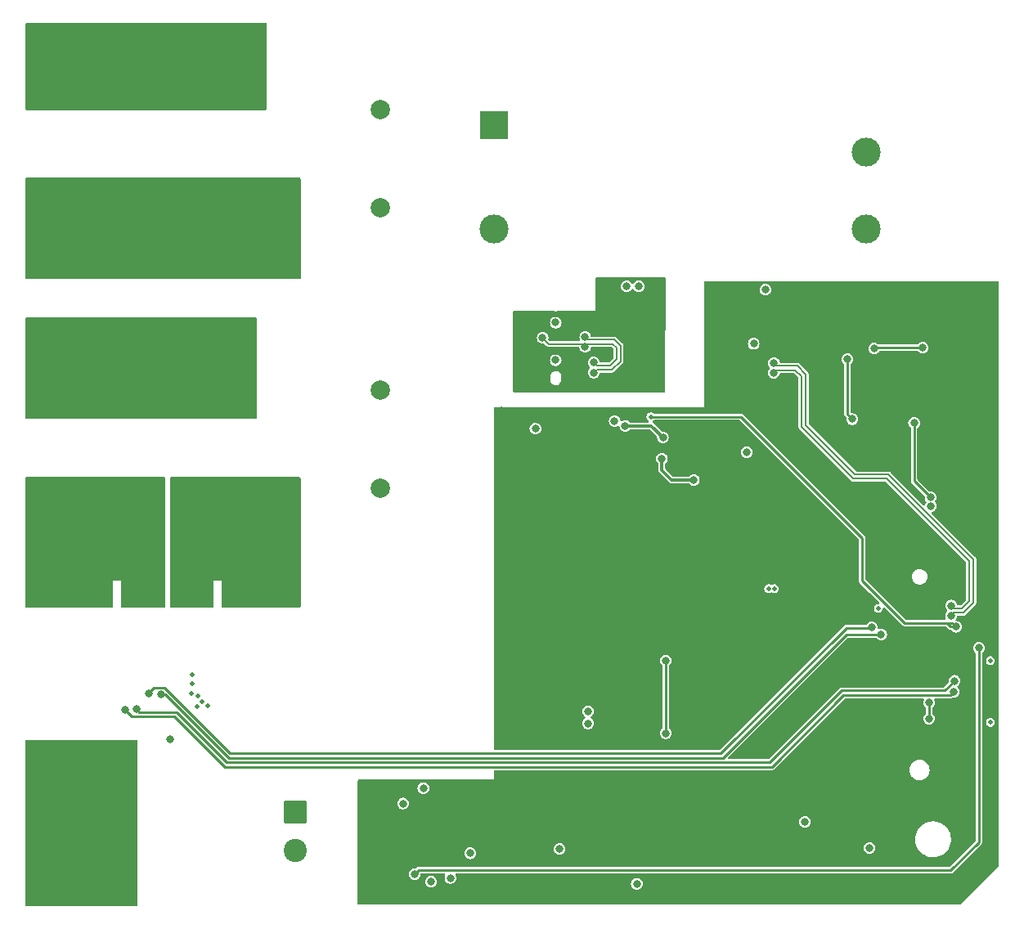
<source format=gbr>
%TF.GenerationSoftware,KiCad,Pcbnew,7.0.9*%
%TF.CreationDate,2024-05-06T20:13:39+08:00*%
%TF.ProjectId,power_monitor_v0.1,706f7765-725f-46d6-9f6e-69746f725f76,rev?*%
%TF.SameCoordinates,Original*%
%TF.FileFunction,Copper,L4,Bot*%
%TF.FilePolarity,Positive*%
%FSLAX46Y46*%
G04 Gerber Fmt 4.6, Leading zero omitted, Abs format (unit mm)*
G04 Created by KiCad (PCBNEW 7.0.9) date 2024-05-06 20:13:39*
%MOMM*%
%LPD*%
G01*
G04 APERTURE LIST*
G04 Aperture macros list*
%AMRoundRect*
0 Rectangle with rounded corners*
0 $1 Rounding radius*
0 $2 $3 $4 $5 $6 $7 $8 $9 X,Y pos of 4 corners*
0 Add a 4 corners polygon primitive as box body*
4,1,4,$2,$3,$4,$5,$6,$7,$8,$9,$2,$3,0*
0 Add four circle primitives for the rounded corners*
1,1,$1+$1,$2,$3*
1,1,$1+$1,$4,$5*
1,1,$1+$1,$6,$7*
1,1,$1+$1,$8,$9*
0 Add four rect primitives between the rounded corners*
20,1,$1+$1,$2,$3,$4,$5,0*
20,1,$1+$1,$4,$5,$6,$7,0*
20,1,$1+$1,$6,$7,$8,$9,0*
20,1,$1+$1,$8,$9,$2,$3,0*%
G04 Aperture macros list end*
%TA.AperFunction,ComponentPad*%
%ADD10C,1.100000*%
%TD*%
%TA.AperFunction,ComponentPad*%
%ADD11C,3.000000*%
%TD*%
%TA.AperFunction,ComponentPad*%
%ADD12R,3.000000X3.000000*%
%TD*%
%TA.AperFunction,ComponentPad*%
%ADD13RoundRect,1.000000X1.750000X1.000000X-1.750000X1.000000X-1.750000X-1.000000X1.750000X-1.000000X0*%
%TD*%
%TA.AperFunction,ComponentPad*%
%ADD14RoundRect,1.000000X-1.000000X1.750000X-1.000000X-1.750000X1.000000X-1.750000X1.000000X1.750000X0*%
%TD*%
%TA.AperFunction,ComponentPad*%
%ADD15C,2.000000*%
%TD*%
%TA.AperFunction,ComponentPad*%
%ADD16C,0.600000*%
%TD*%
%TA.AperFunction,SMDPad,CuDef*%
%ADD17R,4.500000X2.950000*%
%TD*%
%TA.AperFunction,ComponentPad*%
%ADD18RoundRect,0.250001X-0.949999X0.949999X-0.949999X-0.949999X0.949999X-0.949999X0.949999X0.949999X0*%
%TD*%
%TA.AperFunction,ComponentPad*%
%ADD19C,2.400000*%
%TD*%
%TA.AperFunction,ComponentPad*%
%ADD20C,7.000000*%
%TD*%
%TA.AperFunction,ViaPad*%
%ADD21C,0.500000*%
%TD*%
%TA.AperFunction,ViaPad*%
%ADD22C,0.800000*%
%TD*%
%TA.AperFunction,Conductor*%
%ADD23C,0.254000*%
%TD*%
%TA.AperFunction,Conductor*%
%ADD24C,0.300000*%
%TD*%
%TA.AperFunction,Conductor*%
%ADD25C,0.250000*%
%TD*%
%TA.AperFunction,Conductor*%
%ADD26C,0.200000*%
%TD*%
G04 APERTURE END LIST*
D10*
%TO.P,J8,S1,SHIELD*%
%TO.N,GNDS*%
X162550000Y-86100000D03*
X158250000Y-86100000D03*
X162550000Y-90900000D03*
X158250000Y-90900000D03*
%TD*%
D11*
%TO.P,J4,1*%
%TO.N,Net-(J4-Pad1)*%
X114600000Y-131500000D03*
%TO.P,J4,2*%
X107400000Y-131500000D03*
%TO.P,J4,3*%
X107400000Y-136500000D03*
%TO.P,J4,4*%
X114600000Y-136500000D03*
%TD*%
D12*
%TO.P,PS1,1,AC/N*%
%TO.N,AC_NEUTRAL_IN*%
X154042500Y-66100000D03*
D11*
%TO.P,PS1,2,AC/L*%
%TO.N,AC_LIVE_IN*%
X154042500Y-76850000D03*
%TO.P,PS1,3,-Vo*%
%TO.N,GNDA*%
X192542500Y-76850000D03*
%TO.P,PS1,4,+Vo*%
%TO.N,+12V*%
X192542500Y-68850000D03*
%TD*%
%TO.P,J7,1*%
%TO.N,Net-(J4-Pad1)*%
X114600000Y-140100000D03*
%TO.P,J7,2*%
X107400000Y-140100000D03*
%TO.P,J7,3*%
X107400000Y-145100000D03*
%TO.P,J7,4*%
X114600000Y-145100000D03*
%TD*%
D13*
%TO.P,K1,13*%
%TO.N,AC_SENSOR_LIVE_IN*%
X130220000Y-108407500D03*
D14*
%TO.P,K1,14*%
%TO.N,AC_LIVE_IN*%
X126790000Y-89657500D03*
D15*
%TO.P,K1,A1*%
%TO.N,Net-(D2-A)*%
X142230000Y-93457500D03*
%TO.P,K1,A2*%
%TO.N,+12V*%
X142230000Y-103627500D03*
%TD*%
D11*
%TO.P,J3,1*%
%TO.N,AC_NEUTRAL_IN*%
X107400000Y-62500000D03*
%TO.P,J3,2*%
X114600000Y-62500000D03*
%TO.P,J3,3*%
X114600000Y-57500000D03*
%TO.P,J3,4*%
X107400000Y-57500000D03*
%TD*%
%TO.P,J2,1*%
%TO.N,AC_LIVE_IN*%
X107400000Y-93500000D03*
%TO.P,J2,2*%
X114600000Y-93500000D03*
%TO.P,J2,3*%
X114600000Y-88500000D03*
%TO.P,J2,4*%
X107400000Y-88500000D03*
%TD*%
D16*
%TO.P,U4,9,GNDPAD*%
%TO.N,GNDA*%
X192200000Y-93575000D03*
X193400000Y-93575000D03*
X194700000Y-93575000D03*
X195800000Y-93575000D03*
D17*
X194000000Y-92975000D03*
D16*
X192200000Y-92375000D03*
X193400000Y-92375000D03*
X194700000Y-92375000D03*
X195800000Y-92375000D03*
%TD*%
D13*
%TO.P,K2,13*%
%TO.N,AC_NEUTRAL_OUT*%
X130220000Y-79407500D03*
D14*
%TO.P,K2,14*%
%TO.N,AC_NEUTRAL_IN*%
X126790000Y-60657500D03*
D15*
%TO.P,K2,A1*%
%TO.N,Net-(D3-A)*%
X142230000Y-64457500D03*
%TO.P,K2,A2*%
%TO.N,+12V*%
X142230000Y-74627500D03*
%TD*%
D18*
%TO.P,J1,1,Pin_1*%
%TO.N,Net-(J1-Pin_1)*%
X133400000Y-137200000D03*
D19*
%TO.P,J1,2,Pin_2*%
%TO.N,Net-(J1-Pin_2)*%
X133400000Y-141160000D03*
%TD*%
D11*
%TO.P,J5,1*%
%TO.N,AC_NEUTRAL_OUT*%
X107400000Y-78500000D03*
%TO.P,J5,2*%
X114600000Y-78500000D03*
%TO.P,J5,3*%
X114600000Y-73500000D03*
%TO.P,J5,4*%
X107400000Y-73500000D03*
%TD*%
D20*
%TO.P,U6,80,GND*%
%TO.N,GNDA*%
X157600000Y-122849000D03*
%TD*%
D11*
%TO.P,J6,1*%
%TO.N,AC_SENSOR_LIVE_OUT*%
X107400000Y-109500000D03*
%TO.P,J6,2*%
X114600000Y-109500000D03*
%TO.P,J6,3*%
X114600000Y-104500000D03*
%TO.P,J6,4*%
X107400000Y-104500000D03*
%TD*%
D21*
%TO.N,GNDA*%
X150700000Y-136900000D03*
X202250000Y-93250000D03*
X184500000Y-111000000D03*
X197200000Y-122100000D03*
X154500000Y-118500000D03*
X184750000Y-144250000D03*
X174000000Y-103500000D03*
X190000000Y-108500000D03*
X168910000Y-113030000D03*
X154000000Y-142500000D03*
X186500000Y-124000000D03*
X200400000Y-99800000D03*
X183750000Y-106500000D03*
X205000000Y-130800000D03*
X167300000Y-99500000D03*
X196900000Y-99800000D03*
X145500000Y-141500000D03*
X180500000Y-123500000D03*
X184000000Y-129500000D03*
X165000000Y-140000000D03*
X189000000Y-118500000D03*
X189250000Y-142250000D03*
X192000000Y-88250000D03*
X146950000Y-136900000D03*
X205000000Y-120900000D03*
X186500000Y-113000000D03*
X205000000Y-132300000D03*
X205500000Y-99750000D03*
X205000000Y-137900000D03*
X174000000Y-104500000D03*
X165500000Y-123000000D03*
X153100000Y-145300000D03*
X191000000Y-119500000D03*
X205000000Y-116100000D03*
X205000000Y-135600000D03*
X197200000Y-115900000D03*
X186500000Y-119500000D03*
X181750000Y-95500000D03*
X151500000Y-136900000D03*
X155300000Y-138600000D03*
X168900000Y-99500000D03*
X175500000Y-128500000D03*
X176500000Y-87000000D03*
X179000000Y-128500000D03*
X158000000Y-141000000D03*
X176750000Y-106500000D03*
X177000000Y-97000000D03*
X176500000Y-84000000D03*
X173000000Y-136500000D03*
X170000000Y-130000000D03*
X174250000Y-98600000D03*
X182750000Y-105500000D03*
X197200000Y-126700000D03*
X181750000Y-101750000D03*
X205500000Y-107750000D03*
X161750000Y-118750000D03*
X174949503Y-98600000D03*
X194400000Y-127600000D03*
X201400000Y-102000000D03*
X146600000Y-144000000D03*
X200000000Y-118300000D03*
X157000000Y-135855000D03*
X205500000Y-105750000D03*
X200000000Y-112000000D03*
X165750000Y-142250000D03*
X196200000Y-98400000D03*
X201400000Y-104800000D03*
X179000000Y-123500000D03*
X186750000Y-142250000D03*
X157992352Y-95992352D03*
X146800000Y-135800000D03*
X177800000Y-110490000D03*
X185000000Y-128000000D03*
X181250000Y-106500000D03*
X186100000Y-89450000D03*
X173000000Y-123500000D03*
X181500000Y-144250000D03*
X195100000Y-99800000D03*
X184750000Y-105500000D03*
X140200000Y-134300000D03*
X176500000Y-88000000D03*
X175300000Y-105500000D03*
X163000000Y-146000000D03*
X205500000Y-98000000D03*
X148000000Y-141600000D03*
X175500000Y-130000000D03*
X197200000Y-129300000D03*
X177800000Y-115570000D03*
X188200000Y-88250000D03*
X159700000Y-124600000D03*
X148500000Y-138000000D03*
X202250000Y-99750000D03*
X156500000Y-108000000D03*
X165750000Y-125000000D03*
X143800000Y-135000000D03*
X168250000Y-100250000D03*
X161750000Y-121250000D03*
X169000000Y-106500000D03*
X156500000Y-110000000D03*
X205000000Y-119800000D03*
X122750000Y-122950000D03*
X145500000Y-146000000D03*
X194400000Y-132200000D03*
X190000000Y-115500000D03*
X172000000Y-146500000D03*
X165000000Y-134500000D03*
X143800000Y-134300000D03*
X197200000Y-118800000D03*
X157550000Y-125350000D03*
X205500000Y-111750000D03*
X160100000Y-122050000D03*
X177800000Y-119380000D03*
X154500000Y-112000000D03*
X194550000Y-119550000D03*
X158000000Y-120350000D03*
X178500000Y-105750000D03*
X156500000Y-106500000D03*
X193500000Y-127500000D03*
X146500000Y-144770000D03*
X170000000Y-146000000D03*
X182000000Y-130500000D03*
X176500000Y-93000000D03*
X176500000Y-123500000D03*
X194400000Y-131000000D03*
X205500000Y-103750000D03*
X182500000Y-87500000D03*
X176500000Y-92000000D03*
X172720000Y-115570000D03*
X173000000Y-134500000D03*
X194400000Y-133400000D03*
X178000000Y-128500000D03*
X196300000Y-106100000D03*
X155500000Y-144000000D03*
X154500000Y-120000000D03*
X149900000Y-134300000D03*
X192250000Y-144250000D03*
X197200000Y-131000000D03*
X197200000Y-113950000D03*
X168500000Y-130500000D03*
X143850000Y-146000000D03*
X198450000Y-118800000D03*
X150700000Y-135800000D03*
X156600000Y-120400000D03*
X181300000Y-110450000D03*
X189500000Y-127500000D03*
X184750000Y-142250000D03*
X205000000Y-129400000D03*
X154800000Y-130200000D03*
X151600000Y-145300000D03*
X197200000Y-116800000D03*
X197200000Y-128500000D03*
X191150000Y-88250000D03*
X183750000Y-105500000D03*
X151500000Y-138600000D03*
X176000000Y-136500000D03*
X201400000Y-106300000D03*
X185750000Y-106500000D03*
X156100000Y-135855000D03*
X156500000Y-98500000D03*
X178000000Y-127500000D03*
X124350000Y-126200000D03*
X196900000Y-98400000D03*
X193500000Y-106500000D03*
X161750000Y-106500000D03*
X148400000Y-136900000D03*
X141800000Y-135000000D03*
X154500000Y-106500000D03*
X155600000Y-121200000D03*
X168500000Y-134500000D03*
X182900000Y-92650000D03*
X148500000Y-139000000D03*
X181250000Y-105500000D03*
X147600000Y-136900000D03*
X140200000Y-135000000D03*
X198100000Y-99800000D03*
X168250000Y-102250000D03*
X155300000Y-124100000D03*
X164250000Y-105000000D03*
X159000000Y-108000000D03*
X175000000Y-140000000D03*
X196923500Y-99100000D03*
X201400000Y-99800000D03*
X168250000Y-103250000D03*
X205500000Y-92250000D03*
X141000000Y-146000000D03*
X199000000Y-97250000D03*
X150800000Y-145300000D03*
X156500000Y-102500000D03*
X201400000Y-100800000D03*
X197200000Y-125800000D03*
X192300000Y-98800000D03*
X175500000Y-127500000D03*
X169600000Y-99500000D03*
X205000000Y-113600000D03*
X191000000Y-137250000D03*
X201400000Y-107800000D03*
X196200000Y-99100000D03*
X159000000Y-106500000D03*
X189000000Y-111000000D03*
X147500000Y-138000000D03*
X181750000Y-137250000D03*
X180340000Y-113030000D03*
X181750000Y-96500000D03*
X154500000Y-103500000D03*
X199000000Y-96000000D03*
X186750000Y-105500000D03*
X205000000Y-117900000D03*
X193000000Y-119500000D03*
X152500000Y-136900000D03*
X143000000Y-146000000D03*
X189250000Y-144250000D03*
X190000000Y-109500000D03*
X197200000Y-119550000D03*
X167000000Y-124000000D03*
X168250000Y-105500000D03*
X154400000Y-110600000D03*
X160000000Y-96000000D03*
X195100000Y-99100000D03*
X154500000Y-105000000D03*
X180340000Y-115570000D03*
X169000000Y-96000000D03*
X172720000Y-124460000D03*
X189250000Y-137250000D03*
X200500000Y-96000000D03*
X151500000Y-135800000D03*
X185000000Y-137250000D03*
X198100000Y-99075000D03*
X199500000Y-108600000D03*
X176500000Y-83000000D03*
X176500000Y-90000000D03*
X180340000Y-124460000D03*
X165000000Y-96000000D03*
X200000000Y-120100000D03*
X173000000Y-128500000D03*
X123250000Y-126250000D03*
X178250000Y-83000000D03*
X158750000Y-125300000D03*
X168910000Y-115570000D03*
X205500000Y-96000000D03*
X199200000Y-112000000D03*
X185500000Y-83000000D03*
X184000000Y-83000000D03*
X155050000Y-122600000D03*
X178000000Y-134500000D03*
X176503999Y-139991677D03*
X156500000Y-96000000D03*
D22*
X155600000Y-96000000D03*
D21*
X176500000Y-85000000D03*
X172720000Y-110490000D03*
X189000000Y-124000000D03*
X176250000Y-97000000D03*
X182000000Y-105500000D03*
X186750000Y-83000000D03*
X122700000Y-124900000D03*
X185750000Y-105500000D03*
X181750000Y-100500000D03*
X170400000Y-99500000D03*
X156500000Y-101500000D03*
X205000000Y-134000000D03*
X123400000Y-125150000D03*
X155300000Y-135855000D03*
X200000000Y-110600000D03*
X153500000Y-138500000D03*
X150600000Y-141800000D03*
X153500000Y-135855000D03*
X154400000Y-138600000D03*
X156600000Y-128900000D03*
X182500000Y-88750000D03*
X161750000Y-108000000D03*
X163750000Y-142250000D03*
X192900000Y-99700000D03*
X156500000Y-114250000D03*
X168500000Y-146000000D03*
X181750000Y-92750000D03*
X163500000Y-96000000D03*
X193000000Y-106250000D03*
X194250000Y-108500000D03*
X202250000Y-94250000D03*
X188000000Y-105500000D03*
X182500000Y-85250000D03*
X197200000Y-123900000D03*
X189450000Y-108700000D03*
X205500000Y-102000000D03*
X180000000Y-83000000D03*
X158500000Y-146000000D03*
X194400000Y-130200000D03*
X179070000Y-124460000D03*
D22*
X154700000Y-98000000D03*
D21*
X152400000Y-145300000D03*
X178500000Y-136500000D03*
X190200000Y-88250000D03*
X197200000Y-127600000D03*
X157000000Y-136900000D03*
X177000000Y-146500000D03*
X171250000Y-106500000D03*
X182500000Y-84250000D03*
X143000000Y-142500000D03*
X205500000Y-94250000D03*
X200000000Y-111300000D03*
X156500000Y-100000000D03*
X181750000Y-99586472D03*
X200000000Y-115700000D03*
X168250000Y-104250000D03*
X148500000Y-140000000D03*
X200400000Y-99100000D03*
X154700000Y-142500000D03*
X155500000Y-142500000D03*
X182750000Y-106500000D03*
X186000000Y-131000000D03*
X172720000Y-119380000D03*
X146600000Y-141600000D03*
X193500000Y-108500000D03*
X191600000Y-98800000D03*
X170000000Y-129000000D03*
X205000000Y-140000000D03*
D22*
X154800000Y-95600000D03*
D21*
X199000000Y-93250000D03*
X201800000Y-125900000D03*
X163500000Y-136000000D03*
X184500000Y-113000000D03*
X150000000Y-145300000D03*
X143000000Y-144500000D03*
X195600000Y-106100000D03*
X170000000Y-124000000D03*
X154500000Y-115000000D03*
X171000000Y-140000000D03*
D22*
X154800000Y-99700000D03*
D21*
X147200000Y-145400000D03*
X168000000Y-136500000D03*
X156200000Y-125050000D03*
X147300000Y-141600000D03*
X197500000Y-93250000D03*
X153500000Y-136900000D03*
X162000000Y-96000000D03*
X194000000Y-124000000D03*
X172500000Y-106500000D03*
X156100000Y-136900000D03*
X156500000Y-105000000D03*
X161750000Y-115000000D03*
X197200000Y-114950000D03*
X195100000Y-98400000D03*
X190000000Y-113000000D03*
X201900000Y-119800000D03*
X194400000Y-128500000D03*
X186750000Y-144250000D03*
X178500000Y-144250000D03*
X205000000Y-114700000D03*
X200000000Y-114600000D03*
X200000000Y-109200000D03*
X197500000Y-94250000D03*
X197200000Y-123000000D03*
X187300000Y-88250000D03*
X177800000Y-113030000D03*
X189000000Y-109500000D03*
X176500000Y-91000000D03*
X182000000Y-106500000D03*
X161750000Y-110000000D03*
X181750000Y-93500000D03*
X171800000Y-99500000D03*
X187250000Y-137250000D03*
X189000000Y-113000000D03*
X205500000Y-109750000D03*
X176500000Y-89000000D03*
X154500000Y-108000000D03*
X164250000Y-106500000D03*
X152550000Y-138450000D03*
X172720000Y-113030000D03*
X198100000Y-98400000D03*
X181750000Y-94500000D03*
X188000000Y-106500000D03*
X159500000Y-144000000D03*
X200500000Y-93250000D03*
X173500000Y-98600000D03*
X159000000Y-116000000D03*
X168910000Y-110490000D03*
X186750000Y-106500000D03*
X122750000Y-123850000D03*
X200000000Y-113400000D03*
X172700000Y-98600000D03*
X202250000Y-98000000D03*
X154800000Y-128800000D03*
X162000000Y-137500000D03*
X151000000Y-146000000D03*
X180500000Y-134500000D03*
X146500000Y-146000000D03*
X188000000Y-128500000D03*
X193500000Y-109250000D03*
X161750000Y-105000000D03*
X189000000Y-115500000D03*
X141800000Y-134300000D03*
X150700000Y-138600000D03*
X155300000Y-136900000D03*
X175250000Y-106500000D03*
X155500000Y-146000000D03*
X200500000Y-92250000D03*
X161000000Y-146000000D03*
X171100000Y-99500000D03*
X192000000Y-124000000D03*
X197500000Y-92250000D03*
X186500000Y-111000000D03*
X155800000Y-129600000D03*
X178500000Y-106500000D03*
X173000000Y-127500000D03*
X154500000Y-102500000D03*
X194400000Y-129300000D03*
X123750000Y-125750000D03*
X152400000Y-141900000D03*
X141000000Y-144500000D03*
X202250000Y-92250000D03*
X159250000Y-121000000D03*
X201900000Y-120900000D03*
X154500000Y-116500000D03*
X168250000Y-106500000D03*
X168500000Y-125500000D03*
X181000000Y-100500000D03*
X182000000Y-134500000D03*
X141000000Y-142500000D03*
X199000000Y-92250000D03*
X192900000Y-98800000D03*
X190500000Y-117500000D03*
D22*
X179037500Y-141437500D03*
D21*
X173000000Y-130000000D03*
X182750000Y-137250000D03*
X154800000Y-127300000D03*
X179750000Y-144250000D03*
X153100000Y-143850000D03*
X191500000Y-127500000D03*
X171000000Y-128000000D03*
X159000000Y-105000000D03*
X159000000Y-112250000D03*
X158000000Y-142500000D03*
X176750000Y-105750000D03*
X177500000Y-130000000D03*
X197200000Y-130200000D03*
X159000000Y-110000000D03*
X166500000Y-146000000D03*
X205000000Y-142000000D03*
X190000000Y-111000000D03*
X202250000Y-96000000D03*
X200500000Y-94250000D03*
X174000000Y-105500000D03*
X161750000Y-112250000D03*
X176530000Y-124460000D03*
X179000000Y-99000000D03*
X186500000Y-115500000D03*
X160000000Y-139500000D03*
X184500000Y-119500000D03*
X170250000Y-106500000D03*
X181750000Y-97500000D03*
X161750000Y-128000000D03*
X173750000Y-106500000D03*
X149900000Y-135100000D03*
X192250000Y-142250000D03*
X185400000Y-90150000D03*
X154300000Y-135855000D03*
X201850000Y-118900000D03*
X189300000Y-88250000D03*
X201400000Y-103300000D03*
X182500000Y-86250000D03*
X154500000Y-113500000D03*
X199000000Y-94250000D03*
X186750000Y-88750000D03*
X200000000Y-109900000D03*
X176500000Y-86000000D03*
X180340000Y-119380000D03*
X196200000Y-99800000D03*
X156500000Y-97000000D03*
X156200000Y-138600000D03*
X184500000Y-115500000D03*
X200400000Y-98400000D03*
X201900000Y-122300000D03*
X153100000Y-144400000D03*
X180000000Y-127500000D03*
X154300000Y-136900000D03*
X167000000Y-127500000D03*
X168250000Y-101250000D03*
X175500000Y-134500000D03*
X158000000Y-144000000D03*
X161750000Y-124750000D03*
X160100000Y-123350000D03*
X184750000Y-106500000D03*
X176500000Y-94000000D03*
X200000000Y-119050000D03*
D22*
%TO.N,Net-(U4-VIN)*%
X193365000Y-89200000D03*
X198400000Y-89100000D03*
%TO.N,Net-(D1-K)*%
X190600000Y-90300000D03*
X191100000Y-96500000D03*
%TO.N,+4V*%
X167600000Y-97200000D03*
X163750000Y-126750000D03*
X166500000Y-96700000D03*
X199250000Y-105500000D03*
X197500000Y-96900000D03*
X163750000Y-128000000D03*
X171500000Y-98395500D03*
X199200000Y-104600000D03*
%TO.N,+3.3VA*%
X146700000Y-134700000D03*
X149500000Y-144000000D03*
X147500000Y-144400000D03*
X151550000Y-141450000D03*
%TO.N,Net-(U5-FB)*%
X171400000Y-100594500D03*
X174700000Y-102800000D03*
%TO.N,+3V3*%
X180900000Y-88700000D03*
D21*
X193800000Y-116100000D03*
X183050000Y-114050000D03*
D22*
X192900000Y-140900000D03*
X144600000Y-136300000D03*
X158300000Y-97500000D03*
D21*
X205400000Y-127900000D03*
D22*
X120486286Y-129613714D03*
X168800000Y-144600000D03*
D21*
X205400000Y-121500000D03*
X182450000Y-114050000D03*
D22*
X160800000Y-141000000D03*
X186200000Y-138200000D03*
X180175000Y-99925000D03*
X182100000Y-83100000D03*
%TO.N,~{RESET}*%
X171800000Y-121500000D03*
X171800000Y-129013173D03*
%TO.N,GNDS*%
X165650000Y-87450000D03*
X162250000Y-92200000D03*
X165000000Y-93250000D03*
X165000000Y-84750000D03*
X165000000Y-82750000D03*
X165650000Y-85750000D03*
X157000000Y-92500000D03*
X159250000Y-93250000D03*
X156750000Y-87750000D03*
X171250000Y-88000000D03*
X162250000Y-93250000D03*
X167500000Y-93250000D03*
X171250000Y-91000000D03*
X171250000Y-82750000D03*
X163750000Y-93250000D03*
X171250000Y-85000000D03*
X157750000Y-93250000D03*
X166250000Y-93250000D03*
X170250000Y-82750000D03*
X156750000Y-86250000D03*
X171250000Y-89500000D03*
X171250000Y-83750000D03*
X171250000Y-86500000D03*
X171250000Y-92500000D03*
%TO.N,Net-(U7-VBUS1)*%
X160400000Y-86510000D03*
X160400000Y-90400000D03*
X167750000Y-82750000D03*
X169000000Y-82750000D03*
%TO.N,AC_LIVE_IN*%
X126500000Y-95500000D03*
X117000000Y-86500000D03*
X112500000Y-91000000D03*
X114000000Y-91000000D03*
X119000000Y-91000000D03*
X125000000Y-86500000D03*
X109500000Y-95500000D03*
X123000000Y-86500000D03*
X125000000Y-94000000D03*
X106500000Y-91000000D03*
X119000000Y-88000000D03*
X119000000Y-94000000D03*
X111500000Y-89500000D03*
X109500000Y-94000000D03*
X117000000Y-94000000D03*
X123000000Y-91000000D03*
X119000000Y-89500000D03*
X121000000Y-91000000D03*
X117000000Y-95500000D03*
X128000000Y-94000000D03*
X123000000Y-88000000D03*
X119000000Y-92500000D03*
X111500000Y-92500000D03*
X121000000Y-94000000D03*
X111500000Y-86500000D03*
X117000000Y-91000000D03*
X121000000Y-86500000D03*
X111500000Y-88000000D03*
X115500000Y-91000000D03*
X111000000Y-91000000D03*
X111500000Y-95500000D03*
X109500000Y-88000000D03*
X119000000Y-95500000D03*
X117000000Y-88000000D03*
X121000000Y-88000000D03*
X123000000Y-94000000D03*
X109500000Y-91000000D03*
X125000000Y-95500000D03*
X109500000Y-92500000D03*
X117000000Y-92500000D03*
X119000000Y-86500000D03*
X121000000Y-92500000D03*
X123000000Y-89500000D03*
X128000000Y-95500000D03*
X109500000Y-91000000D03*
X121000000Y-95500000D03*
X123000000Y-95500000D03*
X123000000Y-92500000D03*
X121000000Y-89500000D03*
X126500000Y-94000000D03*
X108000000Y-91000000D03*
X109500000Y-89500000D03*
X111500000Y-94000000D03*
X109500000Y-86500000D03*
X117000000Y-89500000D03*
%TO.N,AC_NEUTRAL_IN*%
X125000000Y-57500000D03*
X111500000Y-60500000D03*
X109500000Y-58500000D03*
X117500000Y-62500000D03*
X123500000Y-62500000D03*
X123500000Y-60500000D03*
X123500000Y-58500000D03*
X121500000Y-56500000D03*
X111500000Y-64000000D03*
X127000000Y-56000000D03*
X127000000Y-57500000D03*
X121500000Y-64000000D03*
X123500000Y-56500000D03*
X123500000Y-64000000D03*
X119500000Y-60500000D03*
X117500000Y-64000000D03*
X130000000Y-59500000D03*
X109500000Y-64000000D03*
X111500000Y-62500000D03*
X117500000Y-58500000D03*
X106500000Y-60000000D03*
X125000000Y-56000000D03*
X119500000Y-58500000D03*
X121500000Y-58500000D03*
X109500000Y-56500000D03*
X130000000Y-64000000D03*
X111500000Y-58500000D03*
X119500000Y-62500000D03*
X111500000Y-56500000D03*
X113500000Y-60000000D03*
X119500000Y-56500000D03*
X116000000Y-60000000D03*
X130000000Y-56000000D03*
X125500000Y-64000000D03*
X130000000Y-57500000D03*
X121500000Y-60500000D03*
X108500000Y-60000000D03*
X127500000Y-64000000D03*
X121500000Y-62500000D03*
X109500000Y-62500000D03*
X109500000Y-60500000D03*
X117500000Y-60500000D03*
X130000000Y-61500000D03*
X117500000Y-56500000D03*
X119500000Y-64000000D03*
%TO.N,Net-(J4-Pad1)*%
X111000000Y-132500000D03*
X111000000Y-137000000D03*
X111000000Y-131000000D03*
X111000000Y-146000000D03*
X111000000Y-140500000D03*
X111000000Y-142600000D03*
X111000000Y-144500000D03*
X111000000Y-135500000D03*
X111000000Y-139000000D03*
X111000000Y-134000000D03*
%TO.N,AC_NEUTRAL_OUT*%
X112000000Y-78000000D03*
X123500000Y-76000000D03*
X131500000Y-74000000D03*
X133500000Y-80000000D03*
X133500000Y-81500000D03*
X117500000Y-78000000D03*
X129500000Y-74000000D03*
X117500000Y-72000000D03*
X110000000Y-81500000D03*
X133500000Y-76000000D03*
X119500000Y-78000000D03*
X110000000Y-80000000D03*
X131500000Y-76000000D03*
X131500000Y-74000000D03*
X117500000Y-76000000D03*
X127500000Y-72000000D03*
X117500000Y-74000000D03*
X116000000Y-76000000D03*
X125500000Y-72000000D03*
X112000000Y-81500000D03*
X110000000Y-78000000D03*
X125500000Y-74000000D03*
X127500000Y-74000000D03*
X123500000Y-81500000D03*
X112000000Y-76000000D03*
X119500000Y-80000000D03*
X127500000Y-76000000D03*
X131500000Y-76000000D03*
X123500000Y-74000000D03*
X110000000Y-72000000D03*
X108000000Y-76000000D03*
X133500000Y-72000000D03*
X125500000Y-76000000D03*
X125500000Y-80000000D03*
X119500000Y-81500000D03*
X108000000Y-81500000D03*
X125500000Y-78000000D03*
X116000000Y-81500000D03*
X119500000Y-72000000D03*
X123500000Y-72000000D03*
X110000000Y-76000000D03*
X114000000Y-76000000D03*
X133500000Y-74000000D03*
X106500000Y-76000000D03*
X121500000Y-81500000D03*
X123500000Y-78000000D03*
X123500000Y-80000000D03*
X119500000Y-76000000D03*
X121500000Y-74000000D03*
X112000000Y-72000000D03*
X119500000Y-74000000D03*
X117500000Y-80000000D03*
X106500000Y-81500000D03*
X110000000Y-74000000D03*
X117500000Y-81500000D03*
X121500000Y-72000000D03*
X131500000Y-72000000D03*
X114000000Y-81500000D03*
X121500000Y-80000000D03*
X129500000Y-76000000D03*
X131500000Y-72000000D03*
X121500000Y-78000000D03*
X133500000Y-78000000D03*
X125500000Y-81500000D03*
X121500000Y-76000000D03*
X112000000Y-74000000D03*
X129500000Y-72000000D03*
X112000000Y-80000000D03*
%TO.N,AC_SENSOR_LIVE_OUT*%
X106000000Y-115000000D03*
X119500000Y-106000000D03*
X113500000Y-107500000D03*
X109500000Y-109000000D03*
X111500000Y-115000000D03*
X119500000Y-112000000D03*
X111500000Y-112000000D03*
X109500000Y-106000000D03*
X106000000Y-106000000D03*
X111500000Y-109000000D03*
X115500000Y-112000000D03*
X106000000Y-104500000D03*
X106000000Y-112000000D03*
X111500000Y-104500000D03*
X113500000Y-115000000D03*
X111500000Y-107500000D03*
X117500000Y-103000000D03*
X109500000Y-104500000D03*
X109500000Y-112000000D03*
X113500000Y-113500000D03*
X117500000Y-106000000D03*
X119500000Y-109000000D03*
X111500000Y-113500000D03*
X119500000Y-103000000D03*
X107500000Y-113500000D03*
X119500000Y-107500000D03*
X113500000Y-106000000D03*
X109500000Y-107500000D03*
X113500000Y-112000000D03*
X113500000Y-103000000D03*
X111500000Y-103000000D03*
X106000000Y-113500000D03*
X109500000Y-115000000D03*
X106000000Y-110500000D03*
X106000000Y-109000000D03*
X107500000Y-107500000D03*
X119500000Y-110500000D03*
X106000000Y-107500000D03*
X115500000Y-107500000D03*
X107500000Y-115000000D03*
X117500000Y-107500000D03*
X119500000Y-104500000D03*
X111500000Y-106000000D03*
X115500000Y-103000000D03*
X106000000Y-103000000D03*
X109500000Y-113500000D03*
X109500000Y-110500000D03*
X115500000Y-106000000D03*
X111500000Y-110500000D03*
X109500000Y-103000000D03*
X117500000Y-104500000D03*
X117500000Y-110500000D03*
X107500000Y-112000000D03*
X117500000Y-109000000D03*
X117500000Y-112000000D03*
%TO.N,Net-(J9-SWDIO{slash}TMS)*%
X199050000Y-127500000D03*
X199062299Y-125855500D03*
%TO.N,AC_SENSOR_LIVE_IN*%
X123000000Y-110500000D03*
X121000000Y-112000000D03*
X129000000Y-115000000D03*
X127000000Y-112000000D03*
X127000000Y-115000000D03*
X125000000Y-106000000D03*
X133000000Y-107500000D03*
X123000000Y-106000000D03*
X125000000Y-109000000D03*
X131000000Y-113500000D03*
X133000000Y-110500000D03*
X123000000Y-104500000D03*
X133000000Y-106000000D03*
X129000000Y-104500000D03*
X127000000Y-109000000D03*
X129000000Y-103000000D03*
X127000000Y-103000000D03*
X133000000Y-113500000D03*
X125000000Y-110500000D03*
X131000000Y-112000000D03*
X123000000Y-112000000D03*
X123000000Y-107500000D03*
X121000000Y-109000000D03*
X133000000Y-112000000D03*
X125000000Y-107500000D03*
X129000000Y-106000000D03*
X127000000Y-110500000D03*
X127000000Y-106000000D03*
X133000000Y-103000000D03*
X121000000Y-104500000D03*
X121000000Y-103000000D03*
X125000000Y-112000000D03*
X123000000Y-109000000D03*
X131000000Y-106000000D03*
X125000000Y-104500000D03*
X125000000Y-103000000D03*
X133000000Y-109000000D03*
X129000000Y-113500000D03*
X131000000Y-103000000D03*
X127000000Y-107500000D03*
X121000000Y-110500000D03*
X129000000Y-112000000D03*
X123000000Y-103000000D03*
X121000000Y-107500000D03*
X127000000Y-104500000D03*
X127000000Y-113500000D03*
X133000000Y-104500000D03*
X121000000Y-106000000D03*
X131000000Y-104500000D03*
%TO.N,DCDC_MODE*%
X201850000Y-118000000D03*
D21*
X170250000Y-96250000D03*
D22*
%TO.N,/MSOM/USB_P*%
X182960431Y-91698719D03*
X201327175Y-115805000D03*
%TO.N,/MSOM/USB_N*%
X201327175Y-116855000D03*
X183000000Y-90700000D03*
%TO.N,I2C_SCL*%
X193100000Y-118073500D03*
X118295000Y-124900000D03*
%TO.N,I2C_SDA*%
X194100000Y-118800000D03*
X119565000Y-125000000D03*
%TO.N,Net-(U6A-ADC6)*%
X117000000Y-126549500D03*
X201700000Y-123600000D03*
%TO.N,Net-(U6A-ADC7)*%
X115800000Y-126574500D03*
X201593822Y-124733606D03*
%TO.N,CURRENT_ADC*%
X204200000Y-120200000D03*
X145800000Y-143600000D03*
%TO.N,/MSOM/U_P*%
X164343405Y-91675000D03*
X163451673Y-88025501D03*
%TO.N,/MSOM/U_N*%
X159050000Y-88090000D03*
X163449957Y-89025002D03*
X164343405Y-90625000D03*
%TD*%
D23*
%TO.N,Net-(U4-VIN)*%
X193465000Y-89100000D02*
X193365000Y-89200000D01*
X198400000Y-89100000D02*
X193465000Y-89100000D01*
%TO.N,Net-(D1-K)*%
X190600000Y-96000000D02*
X190600000Y-90300000D01*
X191100000Y-96500000D02*
X190600000Y-96000000D01*
D24*
%TO.N,+4V*%
X170304500Y-97200000D02*
X171500000Y-98395500D01*
X167600000Y-97200000D02*
X170304500Y-97200000D01*
D23*
X197500000Y-96900000D02*
X197500000Y-102900000D01*
X197500000Y-102900000D02*
X199200000Y-104600000D01*
D24*
%TO.N,Net-(U5-FB)*%
X174700000Y-102800000D02*
X172400000Y-102800000D01*
X171400000Y-101800000D02*
X171400000Y-100594500D01*
X172400000Y-102800000D02*
X171400000Y-101800000D01*
D25*
%TO.N,~{RESET}*%
X171800000Y-129013173D02*
X171800000Y-121500000D01*
%TO.N,Net-(J9-SWDIO{slash}TMS)*%
X199050000Y-127500000D02*
X199062299Y-127487701D01*
X199062299Y-127487701D02*
X199062299Y-125855500D01*
D23*
%TO.N,DCDC_MODE*%
X192100000Y-108783998D02*
X179566002Y-96250000D01*
X200909868Y-117609868D02*
X201300000Y-118000000D01*
X179566002Y-96250000D02*
X170250000Y-96250000D01*
X201450000Y-117600000D02*
X196500000Y-117600000D01*
X192100000Y-113200000D02*
X192100000Y-108783998D01*
X201300000Y-118000000D02*
X201850000Y-118000000D01*
X200909868Y-117593866D02*
X200909868Y-117609868D01*
X196500000Y-117600000D02*
X192100000Y-113200000D01*
X201850000Y-118000000D02*
X201450000Y-117600000D01*
D26*
%TO.N,/MSOM/USB_P*%
X185825000Y-92043200D02*
X185825000Y-97293200D01*
X203175000Y-111193200D02*
X203175000Y-115356800D01*
X202426801Y-116104999D02*
X201627174Y-116104999D01*
X203175000Y-115356800D02*
X202426801Y-116104999D01*
X185825000Y-97293200D02*
X191206800Y-102675000D01*
X185206800Y-91425000D02*
X185825000Y-92043200D01*
X182960431Y-91698719D02*
X183234150Y-91425000D01*
X201627174Y-116104999D02*
X201327175Y-115805000D01*
X191206800Y-102675000D02*
X194656800Y-102675000D01*
X183234150Y-91425000D02*
X185206800Y-91425000D01*
X194656800Y-102675000D02*
X203175000Y-111193200D01*
%TO.N,/MSOM/USB_N*%
X185393200Y-90975000D02*
X186275000Y-91856800D01*
X186275000Y-91856800D02*
X186275000Y-97106800D01*
X186275000Y-97106800D02*
X191393200Y-102225000D01*
X183000000Y-90700000D02*
X183275000Y-90975000D01*
X202613199Y-116555001D02*
X201627174Y-116555001D01*
X191393200Y-102225000D02*
X194843200Y-102225000D01*
X203625000Y-111006800D02*
X203625000Y-115543200D01*
X194843200Y-102225000D02*
X203625000Y-111006800D01*
X201627174Y-116555001D02*
X201327175Y-116855000D01*
X203625000Y-115543200D02*
X202613199Y-116555001D01*
X183275000Y-90975000D02*
X185393200Y-90975000D01*
D23*
%TO.N,I2C_SCL*%
X126700000Y-131100000D02*
X177500000Y-131100000D01*
X118295000Y-124900000D02*
X118295000Y-124805000D01*
X118295000Y-124805000D02*
X118827000Y-124273000D01*
X190500000Y-118100000D02*
X193100000Y-118100000D01*
X119873000Y-124273000D02*
X126700000Y-131100000D01*
X193100000Y-118100000D02*
X193100000Y-118073500D01*
X177500000Y-131100000D02*
X190500000Y-118100000D01*
X118827000Y-124273000D02*
X119873000Y-124273000D01*
%TO.N,I2C_SDA*%
X177708000Y-131592000D02*
X190500000Y-118800000D01*
X119957948Y-125000000D02*
X126549948Y-131592000D01*
X190500000Y-118800000D02*
X194100000Y-118800000D01*
X119565000Y-125000000D02*
X119957948Y-125000000D01*
X126549948Y-131592000D02*
X177708000Y-131592000D01*
%TO.N,Net-(U6A-ADC6)*%
X190000000Y-124600000D02*
X182554000Y-132046000D01*
X126346000Y-132046000D02*
X121122500Y-126822500D01*
X182554000Y-132046000D02*
X126346000Y-132046000D01*
X117273000Y-126822500D02*
X117000000Y-126549500D01*
X200700000Y-124600000D02*
X190000000Y-124600000D01*
X201700000Y-123600000D02*
X200700000Y-124600000D01*
X121122500Y-126822500D02*
X117273000Y-126822500D01*
%TO.N,Net-(U6A-ADC7)*%
X116502000Y-127276500D02*
X115800000Y-126574500D01*
X120934448Y-127276500D02*
X116502000Y-127276500D01*
X126157948Y-132500000D02*
X120934448Y-127276500D01*
X190200000Y-125100000D02*
X182800000Y-132500000D01*
X201593822Y-124733606D02*
X201227428Y-125100000D01*
X182800000Y-132500000D02*
X126157948Y-132500000D01*
X115996866Y-126574500D02*
X115800000Y-126574500D01*
X201227428Y-125100000D02*
X190200000Y-125100000D01*
D25*
%TO.N,CURRENT_ADC*%
X146200000Y-143200000D02*
X145800000Y-143600000D01*
X204200000Y-140300000D02*
X201300000Y-143200000D01*
X201300000Y-143200000D02*
X146200000Y-143200000D01*
X204200000Y-120200000D02*
X204200000Y-140300000D01*
D26*
%TO.N,/MSOM/U_P*%
X166243200Y-91375000D02*
X164643405Y-91375000D01*
X166493200Y-88275000D02*
X167125000Y-88906800D01*
X167125000Y-90493200D02*
X166243200Y-91375000D01*
X163701172Y-88275000D02*
X166493200Y-88275000D01*
X164643405Y-91375000D02*
X164343405Y-91675000D01*
X167125000Y-88906800D02*
X167125000Y-90493200D01*
X163451673Y-88025501D02*
X163701172Y-88275000D01*
%TO.N,/MSOM/U_N*%
X159685001Y-88725001D02*
X163400000Y-88725001D01*
X166675000Y-90306800D02*
X166675000Y-89093200D01*
X166306800Y-88725000D02*
X163400000Y-88725001D01*
X166675000Y-89093200D02*
X166306800Y-88725000D01*
X159050000Y-88090000D02*
X159685001Y-88725001D01*
X163449957Y-89025002D02*
X163449957Y-88774958D01*
X164643405Y-90925000D02*
X166056800Y-90925000D01*
X163449957Y-88774958D02*
X163400000Y-88725001D01*
X164343405Y-90625000D02*
X164643405Y-90925000D01*
X166056800Y-90925000D02*
X166675000Y-90306800D01*
%TD*%
%TA.AperFunction,Conductor*%
%TO.N,AC_LIVE_IN*%
G36*
X129443039Y-86019685D02*
G01*
X129488794Y-86072489D01*
X129500000Y-86124000D01*
X129500000Y-96376000D01*
X129480315Y-96443039D01*
X129427511Y-96488794D01*
X129376000Y-96500000D01*
X105624000Y-96500000D01*
X105556961Y-96480315D01*
X105511206Y-96427511D01*
X105500000Y-96376000D01*
X105500000Y-86124000D01*
X105519685Y-86056961D01*
X105572489Y-86011206D01*
X105624000Y-86000000D01*
X129376000Y-86000000D01*
X129443039Y-86019685D01*
G37*
%TD.AperFunction*%
%TD*%
%TA.AperFunction,Conductor*%
%TO.N,AC_SENSOR_LIVE_OUT*%
G36*
X119937539Y-102519685D02*
G01*
X119983294Y-102572489D01*
X119994500Y-102624000D01*
X119994500Y-115876000D01*
X119974815Y-115943039D01*
X119922011Y-115988794D01*
X119870500Y-116000000D01*
X115524000Y-116000000D01*
X115456961Y-115980315D01*
X115411206Y-115927511D01*
X115400000Y-115876000D01*
X115400000Y-113200000D01*
X114600000Y-113200000D01*
X114600000Y-115876000D01*
X114580315Y-115943039D01*
X114527511Y-115988794D01*
X114476000Y-116000000D01*
X105624000Y-116000000D01*
X105556961Y-115980315D01*
X105511206Y-115927511D01*
X105500000Y-115876000D01*
X105500000Y-102624000D01*
X105519685Y-102556961D01*
X105572489Y-102511206D01*
X105624000Y-102500000D01*
X119870500Y-102500000D01*
X119937539Y-102519685D01*
G37*
%TD.AperFunction*%
%TD*%
%TA.AperFunction,Conductor*%
%TO.N,AC_NEUTRAL_IN*%
G36*
X130443039Y-55519685D02*
G01*
X130488794Y-55572489D01*
X130500000Y-55624000D01*
X130500000Y-64376000D01*
X130480315Y-64443039D01*
X130427511Y-64488794D01*
X130376000Y-64500000D01*
X105624000Y-64500000D01*
X105556961Y-64480315D01*
X105511206Y-64427511D01*
X105500000Y-64376000D01*
X105500000Y-55624000D01*
X105519685Y-55556961D01*
X105572489Y-55511206D01*
X105624000Y-55500000D01*
X130376000Y-55500000D01*
X130443039Y-55519685D01*
G37*
%TD.AperFunction*%
%TD*%
%TA.AperFunction,Conductor*%
%TO.N,Net-(J4-Pad1)*%
G36*
X117043039Y-129719685D02*
G01*
X117088794Y-129772489D01*
X117100000Y-129824000D01*
X117100000Y-146776000D01*
X117080315Y-146843039D01*
X117027511Y-146888794D01*
X116976000Y-146900000D01*
X105624000Y-146900000D01*
X105556961Y-146880315D01*
X105511206Y-146827511D01*
X105500000Y-146776000D01*
X105500000Y-129824000D01*
X105519685Y-129756961D01*
X105572489Y-129711206D01*
X105624000Y-129700000D01*
X116976000Y-129700000D01*
X117043039Y-129719685D01*
G37*
%TD.AperFunction*%
%TD*%
%TA.AperFunction,Conductor*%
%TO.N,GNDA*%
G36*
X206193039Y-82219685D02*
G01*
X206238794Y-82272489D01*
X206250000Y-82324000D01*
X206250000Y-142698638D01*
X206230315Y-142765677D01*
X206213681Y-142786319D01*
X202286319Y-146713681D01*
X202224996Y-146747166D01*
X202198638Y-146750000D01*
X154000000Y-146750000D01*
X154000000Y-144600001D01*
X168194318Y-144600001D01*
X168214955Y-144756760D01*
X168214956Y-144756762D01*
X168275464Y-144902841D01*
X168371718Y-145028282D01*
X168497159Y-145124536D01*
X168643238Y-145185044D01*
X168721619Y-145195363D01*
X168799999Y-145205682D01*
X168800000Y-145205682D01*
X168800001Y-145205682D01*
X168852254Y-145198802D01*
X168956762Y-145185044D01*
X169102841Y-145124536D01*
X169228282Y-145028282D01*
X169324536Y-144902841D01*
X169385044Y-144756762D01*
X169405682Y-144600000D01*
X169385044Y-144443238D01*
X169324536Y-144297159D01*
X169228282Y-144171718D01*
X169102841Y-144075464D01*
X168956762Y-144014956D01*
X168956760Y-144014955D01*
X168800001Y-143994318D01*
X168799999Y-143994318D01*
X168643239Y-144014955D01*
X168643237Y-144014956D01*
X168497160Y-144075463D01*
X168371718Y-144171718D01*
X168275463Y-144297160D01*
X168214956Y-144443237D01*
X168214955Y-144443239D01*
X168194318Y-144599998D01*
X168194318Y-144600001D01*
X154000000Y-144600001D01*
X154000000Y-143525500D01*
X201283078Y-143525500D01*
X201288481Y-143525735D01*
X201328807Y-143529264D01*
X201367940Y-143518777D01*
X201373162Y-143517619D01*
X201413045Y-143510588D01*
X201413050Y-143510584D01*
X201418099Y-143508747D01*
X201434824Y-143501819D01*
X201439681Y-143499554D01*
X201439684Y-143499554D01*
X201472841Y-143476335D01*
X201477390Y-143473438D01*
X201512455Y-143453194D01*
X201538481Y-143422176D01*
X201542122Y-143418202D01*
X204418210Y-140542115D01*
X204422172Y-140538484D01*
X204453194Y-140512455D01*
X204473444Y-140477379D01*
X204476328Y-140472852D01*
X204499554Y-140439684D01*
X204499554Y-140439681D01*
X204501819Y-140434824D01*
X204508747Y-140418099D01*
X204510587Y-140413046D01*
X204510588Y-140413045D01*
X204517621Y-140373150D01*
X204518777Y-140367937D01*
X204529263Y-140328807D01*
X204525735Y-140288489D01*
X204525500Y-140283086D01*
X204525500Y-127900000D01*
X204944867Y-127900000D01*
X204963302Y-128028225D01*
X204989251Y-128085044D01*
X205017118Y-128146063D01*
X205101951Y-128243967D01*
X205210931Y-128314004D01*
X205335225Y-128350499D01*
X205335227Y-128350500D01*
X205335228Y-128350500D01*
X205464773Y-128350500D01*
X205464773Y-128350499D01*
X205589069Y-128314004D01*
X205698049Y-128243967D01*
X205782882Y-128146063D01*
X205836697Y-128028226D01*
X205855133Y-127900000D01*
X205836697Y-127771774D01*
X205782882Y-127653937D01*
X205698049Y-127556033D01*
X205589069Y-127485996D01*
X205589065Y-127485994D01*
X205589064Y-127485994D01*
X205464774Y-127449500D01*
X205464772Y-127449500D01*
X205335228Y-127449500D01*
X205335226Y-127449500D01*
X205210935Y-127485994D01*
X205210932Y-127485995D01*
X205210931Y-127485996D01*
X205189139Y-127500001D01*
X205101950Y-127556033D01*
X205017118Y-127653937D01*
X205017117Y-127653938D01*
X204963302Y-127771774D01*
X204944867Y-127900000D01*
X204525500Y-127900000D01*
X204525500Y-121500000D01*
X204944867Y-121500000D01*
X204963302Y-121628225D01*
X204976334Y-121656760D01*
X205017118Y-121746063D01*
X205101951Y-121843967D01*
X205210931Y-121914004D01*
X205259559Y-121928282D01*
X205335225Y-121950499D01*
X205335227Y-121950500D01*
X205335228Y-121950500D01*
X205464773Y-121950500D01*
X205464773Y-121950499D01*
X205589069Y-121914004D01*
X205698049Y-121843967D01*
X205782882Y-121746063D01*
X205836697Y-121628226D01*
X205855133Y-121500000D01*
X205836697Y-121371774D01*
X205782882Y-121253937D01*
X205698049Y-121156033D01*
X205589069Y-121085996D01*
X205589065Y-121085994D01*
X205589064Y-121085994D01*
X205464774Y-121049500D01*
X205464772Y-121049500D01*
X205335228Y-121049500D01*
X205335226Y-121049500D01*
X205210935Y-121085994D01*
X205210932Y-121085995D01*
X205210931Y-121085996D01*
X205159677Y-121118934D01*
X205101950Y-121156033D01*
X205017118Y-121253937D01*
X205017117Y-121253938D01*
X204963302Y-121371774D01*
X204944867Y-121500000D01*
X204525500Y-121500000D01*
X204525500Y-120768298D01*
X204545185Y-120701259D01*
X204574010Y-120669925D01*
X204628282Y-120628282D01*
X204724536Y-120502841D01*
X204785044Y-120356762D01*
X204805682Y-120200000D01*
X204785044Y-120043238D01*
X204724536Y-119897159D01*
X204628282Y-119771718D01*
X204502841Y-119675464D01*
X204356762Y-119614956D01*
X204356760Y-119614955D01*
X204200001Y-119594318D01*
X204199999Y-119594318D01*
X204043239Y-119614955D01*
X204043237Y-119614956D01*
X203897160Y-119675463D01*
X203771718Y-119771718D01*
X203675463Y-119897160D01*
X203614956Y-120043237D01*
X203614955Y-120043239D01*
X203594318Y-120199998D01*
X203594318Y-120200001D01*
X203614955Y-120356760D01*
X203614956Y-120356762D01*
X203675464Y-120502841D01*
X203771718Y-120628282D01*
X203825987Y-120669924D01*
X203867189Y-120726349D01*
X203874500Y-120768298D01*
X203874500Y-140113811D01*
X203854815Y-140180850D01*
X203838181Y-140201492D01*
X201201493Y-142838181D01*
X201140170Y-142871666D01*
X201113812Y-142874500D01*
X154000000Y-142874500D01*
X154000000Y-141000001D01*
X160194318Y-141000001D01*
X160214955Y-141156760D01*
X160214956Y-141156762D01*
X160275464Y-141302841D01*
X160371718Y-141428282D01*
X160497159Y-141524536D01*
X160643238Y-141585044D01*
X160721619Y-141595363D01*
X160799999Y-141605682D01*
X160800000Y-141605682D01*
X160800001Y-141605682D01*
X160852254Y-141598802D01*
X160956762Y-141585044D01*
X161102841Y-141524536D01*
X161228282Y-141428282D01*
X161324536Y-141302841D01*
X161385044Y-141156762D01*
X161405682Y-141000000D01*
X161392517Y-140900001D01*
X192294318Y-140900001D01*
X192314955Y-141056760D01*
X192314956Y-141056762D01*
X192356376Y-141156760D01*
X192375464Y-141202841D01*
X192471718Y-141328282D01*
X192597159Y-141424536D01*
X192743238Y-141485044D01*
X192821619Y-141495363D01*
X192899999Y-141505682D01*
X192900000Y-141505682D01*
X192900001Y-141505682D01*
X192952254Y-141498802D01*
X193056762Y-141485044D01*
X193202841Y-141424536D01*
X193328282Y-141328282D01*
X193424536Y-141202841D01*
X193485044Y-141056762D01*
X193505682Y-140900000D01*
X193498887Y-140848390D01*
X193485044Y-140743239D01*
X193485044Y-140743238D01*
X193424536Y-140597159D01*
X193328282Y-140471718D01*
X193202841Y-140375464D01*
X193197341Y-140373186D01*
X193056762Y-140314956D01*
X193056760Y-140314955D01*
X192900001Y-140294318D01*
X192899999Y-140294318D01*
X192743239Y-140314955D01*
X192743237Y-140314956D01*
X192597160Y-140375463D01*
X192471718Y-140471718D01*
X192375463Y-140597160D01*
X192314956Y-140743237D01*
X192314955Y-140743239D01*
X192294318Y-140899998D01*
X192294318Y-140900001D01*
X161392517Y-140900001D01*
X161385044Y-140843238D01*
X161324536Y-140697159D01*
X161228282Y-140571718D01*
X161102841Y-140475464D01*
X161101858Y-140475057D01*
X160956762Y-140414956D01*
X160956760Y-140414955D01*
X160800001Y-140394318D01*
X160799999Y-140394318D01*
X160643239Y-140414955D01*
X160643237Y-140414956D01*
X160497160Y-140475463D01*
X160371718Y-140571718D01*
X160275463Y-140697160D01*
X160214956Y-140843237D01*
X160214955Y-140843239D01*
X160194318Y-140999998D01*
X160194318Y-141000001D01*
X154000000Y-141000001D01*
X154000000Y-140067763D01*
X197615787Y-140067763D01*
X197645413Y-140337013D01*
X197645415Y-140337024D01*
X197713424Y-140597160D01*
X197713928Y-140599088D01*
X197819870Y-140848390D01*
X197912397Y-141000000D01*
X197960979Y-141079605D01*
X197960986Y-141079615D01*
X198134253Y-141287819D01*
X198134259Y-141287824D01*
X198335998Y-141468582D01*
X198561910Y-141618044D01*
X198807176Y-141733020D01*
X198807183Y-141733022D01*
X198807185Y-141733023D01*
X199066557Y-141811057D01*
X199066564Y-141811058D01*
X199066569Y-141811060D01*
X199334561Y-141850500D01*
X199334566Y-141850500D01*
X199537636Y-141850500D01*
X199589133Y-141846730D01*
X199740156Y-141835677D01*
X199852758Y-141810593D01*
X200004546Y-141776782D01*
X200004548Y-141776781D01*
X200004553Y-141776780D01*
X200257558Y-141680014D01*
X200493777Y-141547441D01*
X200708177Y-141381888D01*
X200896186Y-141186881D01*
X201053799Y-140966579D01*
X201168626Y-140743239D01*
X201177649Y-140725690D01*
X201177651Y-140725684D01*
X201177656Y-140725675D01*
X201265118Y-140469305D01*
X201314319Y-140202933D01*
X201324212Y-139932235D01*
X201294586Y-139662982D01*
X201226072Y-139400912D01*
X201120130Y-139151610D01*
X200979018Y-138920390D01*
X200889747Y-138813119D01*
X200805746Y-138712180D01*
X200805740Y-138712175D01*
X200604002Y-138531418D01*
X200378092Y-138381957D01*
X200324342Y-138356760D01*
X200132824Y-138266980D01*
X200132819Y-138266978D01*
X200132814Y-138266976D01*
X199873442Y-138188942D01*
X199873428Y-138188939D01*
X199757791Y-138171921D01*
X199605439Y-138149500D01*
X199402369Y-138149500D01*
X199402364Y-138149500D01*
X199199844Y-138164323D01*
X199199831Y-138164325D01*
X198935453Y-138223217D01*
X198935446Y-138223220D01*
X198682439Y-138319987D01*
X198446226Y-138452557D01*
X198231822Y-138618112D01*
X198043822Y-138813109D01*
X198043816Y-138813116D01*
X197886202Y-139033419D01*
X197886199Y-139033424D01*
X197762350Y-139274309D01*
X197762343Y-139274327D01*
X197674884Y-139530685D01*
X197674881Y-139530699D01*
X197625681Y-139797068D01*
X197625680Y-139797075D01*
X197615787Y-140067763D01*
X154000000Y-140067763D01*
X154000000Y-138200001D01*
X185594318Y-138200001D01*
X185614955Y-138356760D01*
X185614956Y-138356762D01*
X185675464Y-138502841D01*
X185771718Y-138628282D01*
X185897159Y-138724536D01*
X186043238Y-138785044D01*
X186121619Y-138795363D01*
X186199999Y-138805682D01*
X186200000Y-138805682D01*
X186200001Y-138805682D01*
X186252254Y-138798802D01*
X186356762Y-138785044D01*
X186502841Y-138724536D01*
X186628282Y-138628282D01*
X186724536Y-138502841D01*
X186785044Y-138356762D01*
X186802625Y-138223220D01*
X186805682Y-138200001D01*
X186805682Y-138199998D01*
X186785044Y-138043239D01*
X186785044Y-138043238D01*
X186724536Y-137897159D01*
X186628282Y-137771718D01*
X186502841Y-137675464D01*
X186356762Y-137614956D01*
X186356760Y-137614955D01*
X186200001Y-137594318D01*
X186199999Y-137594318D01*
X186043239Y-137614955D01*
X186043237Y-137614956D01*
X185897160Y-137675463D01*
X185771718Y-137771718D01*
X185675463Y-137897160D01*
X185614956Y-138043237D01*
X185614955Y-138043239D01*
X185594318Y-138199998D01*
X185594318Y-138200001D01*
X154000000Y-138200001D01*
X154000000Y-132951500D01*
X154019685Y-132884461D01*
X154072489Y-132838706D01*
X154124000Y-132827500D01*
X182782995Y-132827500D01*
X182788398Y-132827735D01*
X182828984Y-132831287D01*
X182833786Y-132830000D01*
X197004417Y-132830000D01*
X197024699Y-133035932D01*
X197024700Y-133035934D01*
X197084768Y-133233954D01*
X197182315Y-133416450D01*
X197182317Y-133416452D01*
X197313589Y-133576410D01*
X197410209Y-133655702D01*
X197473550Y-133707685D01*
X197656046Y-133805232D01*
X197854066Y-133865300D01*
X197854065Y-133865300D01*
X197892647Y-133869100D01*
X198008392Y-133880500D01*
X198008395Y-133880500D01*
X198111605Y-133880500D01*
X198111608Y-133880500D01*
X198265934Y-133865300D01*
X198463954Y-133805232D01*
X198646450Y-133707685D01*
X198806410Y-133576410D01*
X198937685Y-133416450D01*
X199035232Y-133233954D01*
X199095300Y-133035934D01*
X199115583Y-132830000D01*
X199095300Y-132624066D01*
X199035232Y-132426046D01*
X198937685Y-132243550D01*
X198885702Y-132180209D01*
X198806410Y-132083589D01*
X198646452Y-131952317D01*
X198646453Y-131952317D01*
X198646450Y-131952315D01*
X198463954Y-131854768D01*
X198265934Y-131794700D01*
X198265932Y-131794699D01*
X198265934Y-131794699D01*
X198146805Y-131782966D01*
X198111608Y-131779500D01*
X198008392Y-131779500D01*
X197970298Y-131783251D01*
X197854067Y-131794699D01*
X197656043Y-131854769D01*
X197545898Y-131913643D01*
X197473550Y-131952315D01*
X197473548Y-131952316D01*
X197473547Y-131952317D01*
X197313589Y-132083589D01*
X197182317Y-132243547D01*
X197182315Y-132243550D01*
X197143643Y-132315898D01*
X197084769Y-132426043D01*
X197024699Y-132624067D01*
X197004417Y-132830000D01*
X182833786Y-132830000D01*
X182868368Y-132820732D01*
X182873586Y-132819576D01*
X182913739Y-132812497D01*
X182913744Y-132812493D01*
X182918531Y-132810752D01*
X182935919Y-132803549D01*
X182940537Y-132801395D01*
X182940543Y-132801394D01*
X182973937Y-132778009D01*
X182978451Y-132775134D01*
X183013760Y-132754750D01*
X183039966Y-132723517D01*
X183043597Y-132719555D01*
X190299336Y-125463819D01*
X190360659Y-125430334D01*
X190387017Y-125427500D01*
X198404026Y-125427500D01*
X198471065Y-125447185D01*
X198516820Y-125499989D01*
X198526764Y-125569147D01*
X198518587Y-125598952D01*
X198477256Y-125698734D01*
X198477254Y-125698739D01*
X198456617Y-125855498D01*
X198456617Y-125855501D01*
X198477254Y-126012260D01*
X198477255Y-126012262D01*
X198537763Y-126158341D01*
X198634017Y-126283782D01*
X198688286Y-126325424D01*
X198729488Y-126381849D01*
X198736799Y-126423798D01*
X198736799Y-126922262D01*
X198717114Y-126989301D01*
X198688287Y-127020637D01*
X198621719Y-127071717D01*
X198525463Y-127197160D01*
X198464956Y-127343237D01*
X198464955Y-127343239D01*
X198444318Y-127499998D01*
X198444318Y-127500001D01*
X198464955Y-127656760D01*
X198464956Y-127656762D01*
X198512595Y-127771774D01*
X198525464Y-127802841D01*
X198621718Y-127928282D01*
X198747159Y-128024536D01*
X198893238Y-128085044D01*
X198971619Y-128095363D01*
X199049999Y-128105682D01*
X199050000Y-128105682D01*
X199050001Y-128105682D01*
X199102254Y-128098802D01*
X199206762Y-128085044D01*
X199352841Y-128024536D01*
X199478282Y-127928282D01*
X199574536Y-127802841D01*
X199635044Y-127656762D01*
X199655682Y-127500000D01*
X199653838Y-127485996D01*
X199635044Y-127343239D01*
X199635044Y-127343238D01*
X199574536Y-127197159D01*
X199478282Y-127071718D01*
X199436312Y-127039513D01*
X199395110Y-126983085D01*
X199387799Y-126941138D01*
X199387799Y-126423798D01*
X199407484Y-126356759D01*
X199436309Y-126325425D01*
X199490581Y-126283782D01*
X199586835Y-126158341D01*
X199647343Y-126012262D01*
X199667981Y-125855500D01*
X199647343Y-125698738D01*
X199634722Y-125668270D01*
X199606011Y-125598952D01*
X199598542Y-125529483D01*
X199629818Y-125467004D01*
X199689907Y-125431352D01*
X199720572Y-125427500D01*
X201210423Y-125427500D01*
X201215826Y-125427735D01*
X201256412Y-125431287D01*
X201295796Y-125420732D01*
X201301014Y-125419576D01*
X201341167Y-125412497D01*
X201341172Y-125412493D01*
X201345959Y-125410752D01*
X201363347Y-125403549D01*
X201367963Y-125401395D01*
X201367971Y-125401394D01*
X201401350Y-125378020D01*
X201405880Y-125375134D01*
X201441188Y-125354750D01*
X201441188Y-125354748D01*
X201450586Y-125349324D01*
X201452148Y-125352030D01*
X201500011Y-125331076D01*
X201531911Y-125331137D01*
X201593821Y-125339288D01*
X201593822Y-125339288D01*
X201593823Y-125339288D01*
X201655735Y-125331137D01*
X201750584Y-125318650D01*
X201896663Y-125258142D01*
X202022104Y-125161888D01*
X202118358Y-125036447D01*
X202178866Y-124890368D01*
X202199504Y-124733606D01*
X202178866Y-124576844D01*
X202118358Y-124430765D01*
X202022104Y-124305324D01*
X202022101Y-124305321D01*
X202022099Y-124305319D01*
X202016357Y-124299577D01*
X202017448Y-124298485D01*
X201981670Y-124249485D01*
X201977516Y-124179739D01*
X202011730Y-124118819D01*
X202022862Y-124109173D01*
X202128282Y-124028282D01*
X202224536Y-123902841D01*
X202285044Y-123756762D01*
X202305682Y-123600000D01*
X202285044Y-123443238D01*
X202224536Y-123297159D01*
X202128282Y-123171718D01*
X202002841Y-123075464D01*
X201856762Y-123014956D01*
X201856760Y-123014955D01*
X201700001Y-122994318D01*
X201699999Y-122994318D01*
X201543239Y-123014955D01*
X201543237Y-123014956D01*
X201397160Y-123075463D01*
X201271718Y-123171718D01*
X201175463Y-123297160D01*
X201114956Y-123443237D01*
X201114955Y-123443239D01*
X201094318Y-123599998D01*
X201094318Y-123600001D01*
X201102917Y-123665319D01*
X201092151Y-123734354D01*
X201067659Y-123769185D01*
X200600665Y-124236181D01*
X200539342Y-124269666D01*
X200512984Y-124272500D01*
X190016997Y-124272500D01*
X190011595Y-124272264D01*
X190004263Y-124271622D01*
X189971016Y-124268713D01*
X189931670Y-124279255D01*
X189926390Y-124280426D01*
X189886265Y-124287502D01*
X189886263Y-124287502D01*
X189886261Y-124287503D01*
X189886258Y-124287504D01*
X189881521Y-124289228D01*
X189864028Y-124296473D01*
X189859456Y-124298605D01*
X189826087Y-124321970D01*
X189821527Y-124324875D01*
X189786242Y-124345247D01*
X189786239Y-124345250D01*
X189760053Y-124376457D01*
X189756398Y-124380446D01*
X182454665Y-131682181D01*
X182393342Y-131715666D01*
X182366984Y-131718500D01*
X178344016Y-131718500D01*
X178276977Y-131698815D01*
X178231222Y-131646011D01*
X178221278Y-131576853D01*
X178250303Y-131513297D01*
X178256335Y-131506819D01*
X184342415Y-125420740D01*
X190599336Y-119163819D01*
X190660659Y-119130334D01*
X190687017Y-119127500D01*
X193533235Y-119127500D01*
X193600274Y-119147185D01*
X193631610Y-119176013D01*
X193671718Y-119228282D01*
X193797159Y-119324536D01*
X193943238Y-119385044D01*
X194021619Y-119395363D01*
X194099999Y-119405682D01*
X194100000Y-119405682D01*
X194100001Y-119405682D01*
X194152254Y-119398802D01*
X194256762Y-119385044D01*
X194402841Y-119324536D01*
X194528282Y-119228282D01*
X194624536Y-119102841D01*
X194685044Y-118956762D01*
X194705682Y-118800000D01*
X194685044Y-118643238D01*
X194624536Y-118497159D01*
X194528282Y-118371718D01*
X194402841Y-118275464D01*
X194352823Y-118254746D01*
X194256762Y-118214956D01*
X194256760Y-118214955D01*
X194100001Y-118194318D01*
X194099999Y-118194318D01*
X193943239Y-118214955D01*
X193943238Y-118214956D01*
X193870706Y-118244999D01*
X193801237Y-118252466D01*
X193738758Y-118221191D01*
X193703106Y-118161101D01*
X193700316Y-118114255D01*
X193705682Y-118073500D01*
X193685044Y-117916738D01*
X193624536Y-117770659D01*
X193528282Y-117645218D01*
X193402841Y-117548964D01*
X193256762Y-117488456D01*
X193256760Y-117488455D01*
X193100001Y-117467818D01*
X193099999Y-117467818D01*
X192943239Y-117488455D01*
X192943237Y-117488456D01*
X192797160Y-117548963D01*
X192797159Y-117548964D01*
X192671718Y-117645218D01*
X192631863Y-117697159D01*
X192611277Y-117723987D01*
X192554849Y-117765189D01*
X192512901Y-117772500D01*
X190516996Y-117772500D01*
X190511594Y-117772264D01*
X190503696Y-117771573D01*
X190471014Y-117768713D01*
X190431671Y-117779255D01*
X190426391Y-117780426D01*
X190386260Y-117787503D01*
X190381528Y-117789225D01*
X190364028Y-117796473D01*
X190359456Y-117798605D01*
X190326087Y-117821970D01*
X190321527Y-117824875D01*
X190286242Y-117845247D01*
X190286239Y-117845250D01*
X190260053Y-117876457D01*
X190256398Y-117880446D01*
X177400665Y-130736181D01*
X177339342Y-130769666D01*
X177312984Y-130772500D01*
X154124000Y-130772500D01*
X154056961Y-130752815D01*
X154011206Y-130700011D01*
X154000000Y-130648500D01*
X154000000Y-129013174D01*
X171194318Y-129013174D01*
X171214955Y-129169933D01*
X171214956Y-129169935D01*
X171275464Y-129316014D01*
X171371718Y-129441455D01*
X171497159Y-129537709D01*
X171643238Y-129598217D01*
X171721619Y-129608536D01*
X171799999Y-129618855D01*
X171800000Y-129618855D01*
X171800001Y-129618855D01*
X171852254Y-129611975D01*
X171956762Y-129598217D01*
X172102841Y-129537709D01*
X172228282Y-129441455D01*
X172324536Y-129316014D01*
X172385044Y-129169935D01*
X172405682Y-129013173D01*
X172385044Y-128856411D01*
X172324536Y-128710332D01*
X172228282Y-128584891D01*
X172228280Y-128584889D01*
X172228279Y-128584888D01*
X172174012Y-128543247D01*
X172132810Y-128486819D01*
X172125500Y-128444872D01*
X172125500Y-122068298D01*
X172145185Y-122001259D01*
X172174010Y-121969925D01*
X172228282Y-121928282D01*
X172324536Y-121802841D01*
X172385044Y-121656762D01*
X172405682Y-121500000D01*
X172385044Y-121343238D01*
X172324536Y-121197159D01*
X172228282Y-121071718D01*
X172102841Y-120975464D01*
X171956762Y-120914956D01*
X171956760Y-120914955D01*
X171800001Y-120894318D01*
X171799999Y-120894318D01*
X171643239Y-120914955D01*
X171643237Y-120914956D01*
X171497160Y-120975463D01*
X171371718Y-121071718D01*
X171275463Y-121197160D01*
X171214956Y-121343237D01*
X171214955Y-121343239D01*
X171194318Y-121499998D01*
X171194318Y-121500001D01*
X171214955Y-121656760D01*
X171214956Y-121656762D01*
X171275464Y-121802841D01*
X171371718Y-121928282D01*
X171425987Y-121969924D01*
X171467189Y-122026349D01*
X171474500Y-122068298D01*
X171474500Y-128444872D01*
X171454815Y-128511911D01*
X171425988Y-128543247D01*
X171371720Y-128584888D01*
X171275463Y-128710333D01*
X171214956Y-128856410D01*
X171214955Y-128856412D01*
X171194318Y-129013171D01*
X171194318Y-129013174D01*
X154000000Y-129013174D01*
X154000000Y-128000001D01*
X163144318Y-128000001D01*
X163164955Y-128156760D01*
X163164956Y-128156762D01*
X163201077Y-128243967D01*
X163225464Y-128302841D01*
X163321718Y-128428282D01*
X163447159Y-128524536D01*
X163593238Y-128585044D01*
X163671619Y-128595363D01*
X163749999Y-128605682D01*
X163750000Y-128605682D01*
X163750001Y-128605682D01*
X163802254Y-128598802D01*
X163906762Y-128585044D01*
X164052841Y-128524536D01*
X164178282Y-128428282D01*
X164274536Y-128302841D01*
X164335044Y-128156762D01*
X164355682Y-128000000D01*
X164335044Y-127843238D01*
X164274536Y-127697159D01*
X164178282Y-127571718D01*
X164178280Y-127571717D01*
X164178280Y-127571716D01*
X164050120Y-127473376D01*
X164008917Y-127416948D01*
X164004762Y-127347202D01*
X164038974Y-127286282D01*
X164050120Y-127276624D01*
X164071824Y-127259969D01*
X164178282Y-127178282D01*
X164274536Y-127052841D01*
X164335044Y-126906762D01*
X164355682Y-126750000D01*
X164335044Y-126593238D01*
X164274536Y-126447159D01*
X164178282Y-126321718D01*
X164052841Y-126225464D01*
X163906762Y-126164956D01*
X163906760Y-126164955D01*
X163750001Y-126144318D01*
X163749999Y-126144318D01*
X163593239Y-126164955D01*
X163593237Y-126164956D01*
X163447160Y-126225463D01*
X163321718Y-126321718D01*
X163225463Y-126447160D01*
X163164956Y-126593237D01*
X163164955Y-126593239D01*
X163144318Y-126749998D01*
X163144318Y-126750001D01*
X163164955Y-126906760D01*
X163164956Y-126906762D01*
X163225464Y-127052841D01*
X163321718Y-127178282D01*
X163437282Y-127266957D01*
X163449880Y-127276624D01*
X163491082Y-127333053D01*
X163495237Y-127402799D01*
X163461024Y-127463719D01*
X163449880Y-127473376D01*
X163321718Y-127571718D01*
X163225463Y-127697160D01*
X163164956Y-127843237D01*
X163164955Y-127843239D01*
X163144318Y-127999998D01*
X163144318Y-128000001D01*
X154000000Y-128000001D01*
X154000000Y-114050000D01*
X181994867Y-114050000D01*
X182013302Y-114178225D01*
X182067117Y-114296061D01*
X182067118Y-114296063D01*
X182151951Y-114393967D01*
X182260931Y-114464004D01*
X182385225Y-114500499D01*
X182385227Y-114500500D01*
X182385228Y-114500500D01*
X182514773Y-114500500D01*
X182514773Y-114500499D01*
X182639069Y-114464004D01*
X182682962Y-114435795D01*
X182749999Y-114416111D01*
X182817034Y-114435793D01*
X182860931Y-114464004D01*
X182860933Y-114464004D01*
X182860934Y-114464005D01*
X182985225Y-114500499D01*
X182985227Y-114500500D01*
X182985228Y-114500500D01*
X183114773Y-114500500D01*
X183114773Y-114500499D01*
X183239069Y-114464004D01*
X183348049Y-114393967D01*
X183432882Y-114296063D01*
X183486697Y-114178226D01*
X183505133Y-114050000D01*
X183486697Y-113921774D01*
X183432882Y-113803937D01*
X183348049Y-113706033D01*
X183239069Y-113635996D01*
X183239065Y-113635994D01*
X183239064Y-113635994D01*
X183114774Y-113599500D01*
X183114772Y-113599500D01*
X182985228Y-113599500D01*
X182985226Y-113599500D01*
X182860935Y-113635994D01*
X182860932Y-113635995D01*
X182860931Y-113635996D01*
X182817037Y-113664204D01*
X182749999Y-113683888D01*
X182682962Y-113664204D01*
X182639069Y-113635996D01*
X182639065Y-113635994D01*
X182639064Y-113635994D01*
X182514774Y-113599500D01*
X182514772Y-113599500D01*
X182385228Y-113599500D01*
X182385226Y-113599500D01*
X182260935Y-113635994D01*
X182260932Y-113635995D01*
X182260931Y-113635996D01*
X182209677Y-113668934D01*
X182151950Y-113706033D01*
X182067118Y-113803937D01*
X182067117Y-113803938D01*
X182013302Y-113921774D01*
X181994867Y-114050000D01*
X154000000Y-114050000D01*
X154000000Y-100594501D01*
X170794318Y-100594501D01*
X170814955Y-100751260D01*
X170814956Y-100751262D01*
X170875464Y-100897341D01*
X170971718Y-101022782D01*
X171000987Y-101045240D01*
X171042189Y-101101665D01*
X171049500Y-101143615D01*
X171049500Y-101750788D01*
X171046861Y-101776232D01*
X171044957Y-101785311D01*
X171044957Y-101785317D01*
X171049023Y-101817937D01*
X171049500Y-101825614D01*
X171049500Y-101829038D01*
X171053087Y-101850541D01*
X171059427Y-101901393D01*
X171061520Y-101908426D01*
X171063908Y-101915381D01*
X171088295Y-101960444D01*
X171110801Y-102006483D01*
X171115065Y-102012455D01*
X171119580Y-102018256D01*
X171157275Y-102052958D01*
X172117362Y-103013044D01*
X172133489Y-103032902D01*
X172138563Y-103040669D01*
X172138565Y-103040671D01*
X172164505Y-103060860D01*
X172170268Y-103065950D01*
X172172694Y-103068376D01*
X172190441Y-103081047D01*
X172230874Y-103112517D01*
X172230875Y-103112517D01*
X172230876Y-103112518D01*
X172237332Y-103116012D01*
X172243930Y-103119238D01*
X172243932Y-103119238D01*
X172243934Y-103119240D01*
X172279832Y-103129927D01*
X172293042Y-103133860D01*
X172305160Y-103138020D01*
X172341512Y-103150500D01*
X172341515Y-103150500D01*
X172348754Y-103151708D01*
X172356047Y-103152617D01*
X172407242Y-103150500D01*
X174150884Y-103150500D01*
X174217923Y-103170185D01*
X174249257Y-103199010D01*
X174271718Y-103228282D01*
X174397159Y-103324536D01*
X174543238Y-103385044D01*
X174621619Y-103395363D01*
X174699999Y-103405682D01*
X174700000Y-103405682D01*
X174700001Y-103405682D01*
X174752254Y-103398802D01*
X174856762Y-103385044D01*
X175002841Y-103324536D01*
X175128282Y-103228282D01*
X175224536Y-103102841D01*
X175285044Y-102956762D01*
X175300014Y-102843053D01*
X175305682Y-102800001D01*
X175305682Y-102799998D01*
X175285044Y-102643239D01*
X175285044Y-102643238D01*
X175224536Y-102497159D01*
X175128282Y-102371718D01*
X175002841Y-102275464D01*
X174856762Y-102214956D01*
X174856760Y-102214955D01*
X174700001Y-102194318D01*
X174699999Y-102194318D01*
X174543239Y-102214955D01*
X174543237Y-102214956D01*
X174397160Y-102275463D01*
X174397159Y-102275464D01*
X174271718Y-102371718D01*
X174249258Y-102400988D01*
X174192832Y-102442189D01*
X174150884Y-102449500D01*
X172596543Y-102449500D01*
X172529504Y-102429815D01*
X172508862Y-102413181D01*
X171786819Y-101691137D01*
X171753334Y-101629814D01*
X171750500Y-101603456D01*
X171750500Y-101143615D01*
X171770185Y-101076576D01*
X171799011Y-101045242D01*
X171828282Y-101022782D01*
X171924536Y-100897341D01*
X171985044Y-100751262D01*
X172005682Y-100594500D01*
X171985044Y-100437738D01*
X171924536Y-100291659D01*
X171828282Y-100166218D01*
X171702841Y-100069964D01*
X171556762Y-100009456D01*
X171556760Y-100009455D01*
X171400001Y-99988818D01*
X171399999Y-99988818D01*
X171243239Y-100009455D01*
X171243237Y-100009456D01*
X171097160Y-100069963D01*
X170971718Y-100166218D01*
X170875463Y-100291660D01*
X170814956Y-100437737D01*
X170814955Y-100437739D01*
X170794318Y-100594498D01*
X170794318Y-100594501D01*
X154000000Y-100594501D01*
X154000000Y-99925001D01*
X179569318Y-99925001D01*
X179589955Y-100081760D01*
X179589956Y-100081762D01*
X179650464Y-100227841D01*
X179746718Y-100353282D01*
X179872159Y-100449536D01*
X180018238Y-100510044D01*
X180096619Y-100520363D01*
X180174999Y-100530682D01*
X180175000Y-100530682D01*
X180175001Y-100530682D01*
X180227254Y-100523802D01*
X180331762Y-100510044D01*
X180477841Y-100449536D01*
X180603282Y-100353282D01*
X180699536Y-100227841D01*
X180760044Y-100081762D01*
X180780682Y-99925000D01*
X180760044Y-99768238D01*
X180699536Y-99622159D01*
X180603282Y-99496718D01*
X180477841Y-99400464D01*
X180331762Y-99339956D01*
X180331760Y-99339955D01*
X180175001Y-99319318D01*
X180174999Y-99319318D01*
X180018239Y-99339955D01*
X180018237Y-99339956D01*
X179872160Y-99400463D01*
X179746718Y-99496718D01*
X179650463Y-99622160D01*
X179589956Y-99768237D01*
X179589955Y-99768239D01*
X179569318Y-99924998D01*
X179569318Y-99925001D01*
X154000000Y-99925001D01*
X154000000Y-97500001D01*
X157694318Y-97500001D01*
X157714955Y-97656760D01*
X157714956Y-97656762D01*
X157775464Y-97802841D01*
X157871718Y-97928282D01*
X157997159Y-98024536D01*
X158143238Y-98085044D01*
X158201080Y-98092659D01*
X158299999Y-98105682D01*
X158300000Y-98105682D01*
X158300001Y-98105682D01*
X158398912Y-98092660D01*
X158456762Y-98085044D01*
X158602841Y-98024536D01*
X158728282Y-97928282D01*
X158824536Y-97802841D01*
X158885044Y-97656762D01*
X158902992Y-97520433D01*
X158905682Y-97500001D01*
X158905682Y-97499998D01*
X158885044Y-97343239D01*
X158885044Y-97343238D01*
X158824536Y-97197159D01*
X158728282Y-97071718D01*
X158602841Y-96975464D01*
X158515154Y-96939143D01*
X158456762Y-96914956D01*
X158456760Y-96914955D01*
X158300001Y-96894318D01*
X158299999Y-96894318D01*
X158143239Y-96914955D01*
X158143237Y-96914956D01*
X157997160Y-96975463D01*
X157871718Y-97071718D01*
X157775463Y-97197160D01*
X157714956Y-97343237D01*
X157714955Y-97343239D01*
X157694318Y-97499998D01*
X157694318Y-97500001D01*
X154000000Y-97500001D01*
X154000000Y-96700001D01*
X165894318Y-96700001D01*
X165914955Y-96856760D01*
X165914956Y-96856762D01*
X165966967Y-96982329D01*
X165975464Y-97002841D01*
X166071718Y-97128282D01*
X166197159Y-97224536D01*
X166343238Y-97285044D01*
X166421619Y-97295363D01*
X166499999Y-97305682D01*
X166500000Y-97305682D01*
X166500001Y-97305682D01*
X166552965Y-97298709D01*
X166656762Y-97285044D01*
X166802841Y-97224536D01*
X166809291Y-97219586D01*
X166874459Y-97194392D01*
X166942904Y-97208430D01*
X166992895Y-97257243D01*
X167007716Y-97301775D01*
X167013175Y-97343237D01*
X167014956Y-97356761D01*
X167014956Y-97356762D01*
X167074287Y-97500001D01*
X167075464Y-97502841D01*
X167171718Y-97628282D01*
X167297159Y-97724536D01*
X167443238Y-97785044D01*
X167516074Y-97794633D01*
X167599999Y-97805682D01*
X167600000Y-97805682D01*
X167600001Y-97805682D01*
X167652254Y-97798802D01*
X167756762Y-97785044D01*
X167902841Y-97724536D01*
X168028282Y-97628282D01*
X168050741Y-97599011D01*
X168107168Y-97557811D01*
X168149116Y-97550500D01*
X170107956Y-97550500D01*
X170174995Y-97570185D01*
X170195637Y-97586819D01*
X170863875Y-98255057D01*
X170897360Y-98316380D01*
X170899133Y-98358922D01*
X170894318Y-98395498D01*
X170894318Y-98395501D01*
X170914955Y-98552260D01*
X170914956Y-98552262D01*
X170975464Y-98698341D01*
X171071718Y-98823782D01*
X171197159Y-98920036D01*
X171343238Y-98980544D01*
X171421619Y-98990863D01*
X171499999Y-99001182D01*
X171500000Y-99001182D01*
X171500001Y-99001182D01*
X171552254Y-98994302D01*
X171656762Y-98980544D01*
X171802841Y-98920036D01*
X171928282Y-98823782D01*
X172024536Y-98698341D01*
X172085044Y-98552262D01*
X172105682Y-98395500D01*
X172100866Y-98358922D01*
X172085044Y-98238739D01*
X172085044Y-98238738D01*
X172024536Y-98092659D01*
X171928282Y-97967218D01*
X171802841Y-97870964D01*
X171656762Y-97810456D01*
X171656760Y-97810455D01*
X171500002Y-97789818D01*
X171499998Y-97789818D01*
X171463422Y-97794633D01*
X171394387Y-97783867D01*
X171359557Y-97759375D01*
X170587137Y-96986955D01*
X170571011Y-96967098D01*
X170565937Y-96959331D01*
X170539987Y-96939133D01*
X170534241Y-96934059D01*
X170531807Y-96931625D01*
X170531806Y-96931624D01*
X170531805Y-96931623D01*
X170525348Y-96927013D01*
X170514061Y-96918955D01*
X170473626Y-96887483D01*
X170473622Y-96887481D01*
X170467161Y-96883984D01*
X170454578Y-96877832D01*
X170402997Y-96830703D01*
X170385084Y-96763169D01*
X170406526Y-96696671D01*
X170441998Y-96662121D01*
X170543042Y-96597185D01*
X170543044Y-96597184D01*
X170610082Y-96577500D01*
X179378986Y-96577500D01*
X179446025Y-96597185D01*
X179466667Y-96613819D01*
X191736181Y-108883333D01*
X191769666Y-108944656D01*
X191772500Y-108971014D01*
X191772500Y-113182994D01*
X191772264Y-113188401D01*
X191768712Y-113228983D01*
X191779257Y-113268335D01*
X191780428Y-113273618D01*
X191787503Y-113313740D01*
X191789232Y-113318491D01*
X191796468Y-113335959D01*
X191798606Y-113340544D01*
X191821972Y-113373914D01*
X191824879Y-113378478D01*
X191845247Y-113413757D01*
X191845251Y-113413761D01*
X191876463Y-113439951D01*
X191880442Y-113443596D01*
X192900850Y-114464004D01*
X193874665Y-115437819D01*
X193908150Y-115499142D01*
X193903166Y-115568834D01*
X193861294Y-115624767D01*
X193795830Y-115649184D01*
X193786984Y-115649500D01*
X193735226Y-115649500D01*
X193610935Y-115685994D01*
X193610932Y-115685995D01*
X193610931Y-115685996D01*
X193559677Y-115718934D01*
X193501950Y-115756033D01*
X193417118Y-115853937D01*
X193417117Y-115853938D01*
X193363302Y-115971774D01*
X193344867Y-116100000D01*
X193363302Y-116228225D01*
X193409570Y-116329536D01*
X193417118Y-116346063D01*
X193501951Y-116443967D01*
X193610931Y-116514004D01*
X193735225Y-116550499D01*
X193735227Y-116550500D01*
X193735228Y-116550500D01*
X193864773Y-116550500D01*
X193864773Y-116550499D01*
X193989069Y-116514004D01*
X194098049Y-116443967D01*
X194182882Y-116346063D01*
X194236697Y-116228226D01*
X194255133Y-116100000D01*
X194255132Y-116099998D01*
X194255291Y-116098899D01*
X194284316Y-116035343D01*
X194343094Y-115997568D01*
X194412963Y-115997568D01*
X194465708Y-116028863D01*
X195400161Y-116963316D01*
X196256391Y-117819546D01*
X196260046Y-117823535D01*
X196286240Y-117854750D01*
X196321516Y-117875116D01*
X196326082Y-117878025D01*
X196359455Y-117901394D01*
X196364058Y-117903540D01*
X196381482Y-117910757D01*
X196386254Y-117912493D01*
X196386261Y-117912497D01*
X196426401Y-117919574D01*
X196431655Y-117920739D01*
X196471016Y-117931287D01*
X196511601Y-117927735D01*
X196517005Y-117927500D01*
X200712984Y-117927500D01*
X200780023Y-117947185D01*
X200800665Y-117963819D01*
X201056391Y-118219546D01*
X201060046Y-118223535D01*
X201086236Y-118254746D01*
X201086238Y-118254747D01*
X201086240Y-118254750D01*
X201086242Y-118254751D01*
X201086243Y-118254752D01*
X201121521Y-118275120D01*
X201126085Y-118278027D01*
X201159455Y-118301393D01*
X201164073Y-118303546D01*
X201181489Y-118310759D01*
X201186259Y-118312496D01*
X201186261Y-118312497D01*
X201226405Y-118319575D01*
X201231637Y-118320734D01*
X201271016Y-118331287D01*
X201274714Y-118330963D01*
X201280422Y-118332109D01*
X201281828Y-118332233D01*
X201281814Y-118332389D01*
X201343214Y-118344724D01*
X201383906Y-118379004D01*
X201421117Y-118427500D01*
X201421718Y-118428282D01*
X201547159Y-118524536D01*
X201693238Y-118585044D01*
X201771619Y-118595363D01*
X201849999Y-118605682D01*
X201850000Y-118605682D01*
X201850001Y-118605682D01*
X201902254Y-118598802D01*
X202006762Y-118585044D01*
X202152841Y-118524536D01*
X202278282Y-118428282D01*
X202374536Y-118302841D01*
X202435044Y-118156762D01*
X202455682Y-118000000D01*
X202435044Y-117843238D01*
X202374536Y-117697159D01*
X202278282Y-117571718D01*
X202152841Y-117475464D01*
X202006762Y-117414956D01*
X202006760Y-117414955D01*
X201899684Y-117400859D01*
X201835787Y-117372593D01*
X201797316Y-117314268D01*
X201796485Y-117244403D01*
X201817494Y-117202433D01*
X201851710Y-117157842D01*
X201851709Y-117157842D01*
X201851711Y-117157841D01*
X201912219Y-117011762D01*
X201918597Y-116963316D01*
X201946864Y-116899419D01*
X202005188Y-116860948D01*
X202041536Y-116855501D01*
X202550358Y-116855501D01*
X202558932Y-116856096D01*
X202570960Y-116857773D01*
X202570960Y-116857772D01*
X202570964Y-116857774D01*
X202614119Y-116855779D01*
X202618709Y-116855567D01*
X202621572Y-116855501D01*
X202641042Y-116855501D01*
X202641043Y-116855501D01*
X202643668Y-116855010D01*
X202652220Y-116854017D01*
X202653444Y-116853960D01*
X202683191Y-116852586D01*
X202689521Y-116849790D01*
X202716828Y-116841333D01*
X202723632Y-116840062D01*
X202749996Y-116823737D01*
X202757591Y-116819734D01*
X202785964Y-116807207D01*
X202790860Y-116802310D01*
X202813268Y-116784562D01*
X202819151Y-116780920D01*
X202837848Y-116756159D01*
X202843465Y-116749704D01*
X203793059Y-115800110D01*
X203799532Y-115794479D01*
X203809224Y-115787159D01*
X203809228Y-115787158D01*
X203841459Y-115751800D01*
X203843367Y-115749802D01*
X203857174Y-115735997D01*
X203858684Y-115733792D01*
X203864023Y-115727051D01*
X203865489Y-115725442D01*
X203884916Y-115704133D01*
X203887416Y-115697678D01*
X203900750Y-115672383D01*
X203904656Y-115666681D01*
X203904655Y-115666681D01*
X203904657Y-115666680D01*
X203911757Y-115636491D01*
X203914291Y-115628306D01*
X203925500Y-115599373D01*
X203925500Y-115592448D01*
X203928795Y-115564055D01*
X203930378Y-115557323D01*
X203930379Y-115557319D01*
X203926095Y-115526608D01*
X203925500Y-115518033D01*
X203925500Y-111069639D01*
X203926095Y-111061063D01*
X203927771Y-111049040D01*
X203927773Y-111049036D01*
X203925566Y-111001291D01*
X203925500Y-110998428D01*
X203925500Y-110978959D01*
X203925499Y-110978953D01*
X203925009Y-110976333D01*
X203924016Y-110967780D01*
X203922585Y-110936809D01*
X203919788Y-110930476D01*
X203911332Y-110903170D01*
X203910061Y-110896367D01*
X203893738Y-110870005D01*
X203889731Y-110862402D01*
X203877207Y-110834037D01*
X203877206Y-110834036D01*
X203877206Y-110834035D01*
X203872309Y-110829138D01*
X203854563Y-110806734D01*
X203850918Y-110800847D01*
X203826172Y-110782160D01*
X203819694Y-110776523D01*
X199338419Y-106295248D01*
X199304934Y-106233925D01*
X199309918Y-106164233D01*
X199351790Y-106108300D01*
X199399386Y-106088919D01*
X199398912Y-106087147D01*
X199406754Y-106085044D01*
X199406762Y-106085044D01*
X199552841Y-106024536D01*
X199678282Y-105928282D01*
X199774536Y-105802841D01*
X199835044Y-105656762D01*
X199855682Y-105500000D01*
X199835044Y-105343238D01*
X199774536Y-105197159D01*
X199694537Y-105092903D01*
X199669345Y-105027736D01*
X199683383Y-104959292D01*
X199694533Y-104941941D01*
X199724536Y-104902841D01*
X199785044Y-104756762D01*
X199805682Y-104600000D01*
X199785044Y-104443238D01*
X199724536Y-104297159D01*
X199628282Y-104171718D01*
X199502841Y-104075464D01*
X199356762Y-104014956D01*
X199356760Y-104014955D01*
X199200001Y-103994318D01*
X199199997Y-103994318D01*
X199134678Y-104002917D01*
X199065643Y-103992151D01*
X199030813Y-103967659D01*
X197863819Y-102800665D01*
X197830334Y-102739342D01*
X197827500Y-102712984D01*
X197827500Y-97466764D01*
X197847185Y-97399725D01*
X197876014Y-97368388D01*
X197882787Y-97363191D01*
X197928282Y-97328282D01*
X198024536Y-97202841D01*
X198085044Y-97056762D01*
X198105682Y-96900000D01*
X198103573Y-96883984D01*
X198085044Y-96743239D01*
X198085044Y-96743238D01*
X198024536Y-96597159D01*
X197928282Y-96471718D01*
X197802841Y-96375464D01*
X197656762Y-96314956D01*
X197656760Y-96314955D01*
X197500001Y-96294318D01*
X197499999Y-96294318D01*
X197343239Y-96314955D01*
X197343237Y-96314956D01*
X197197160Y-96375463D01*
X197071718Y-96471718D01*
X196975463Y-96597160D01*
X196914956Y-96743237D01*
X196914955Y-96743239D01*
X196894318Y-96899998D01*
X196894318Y-96900001D01*
X196914955Y-97056760D01*
X196914956Y-97056762D01*
X196975464Y-97202841D01*
X197071435Y-97327913D01*
X197071719Y-97328283D01*
X197123986Y-97368388D01*
X197165189Y-97424816D01*
X197172500Y-97466764D01*
X197172500Y-102882994D01*
X197172264Y-102888401D01*
X197168712Y-102928983D01*
X197179257Y-102968335D01*
X197180428Y-102973618D01*
X197187503Y-103013740D01*
X197189232Y-103018491D01*
X197196468Y-103035959D01*
X197198606Y-103040544D01*
X197221972Y-103073914D01*
X197224879Y-103078478D01*
X197245247Y-103113757D01*
X197245251Y-103113761D01*
X197276463Y-103139951D01*
X197280442Y-103143596D01*
X198104505Y-103967659D01*
X198567659Y-104430813D01*
X198601144Y-104492136D01*
X198602917Y-104534678D01*
X198594318Y-104599997D01*
X198594318Y-104600001D01*
X198614955Y-104756760D01*
X198614956Y-104756762D01*
X198675464Y-104902842D01*
X198755460Y-105007094D01*
X198780654Y-105072263D01*
X198766616Y-105140708D01*
X198755461Y-105158065D01*
X198725464Y-105197158D01*
X198664956Y-105343237D01*
X198662853Y-105351088D01*
X198660754Y-105350525D01*
X198637099Y-105403988D01*
X198578771Y-105442455D01*
X198508906Y-105443281D01*
X198454751Y-105411580D01*
X195100122Y-102056951D01*
X195094478Y-102050465D01*
X195087156Y-102040770D01*
X195051824Y-102008560D01*
X195049773Y-102006602D01*
X195035997Y-101992826D01*
X195033786Y-101991311D01*
X195027053Y-101985978D01*
X195004133Y-101965084D01*
X194997670Y-101962580D01*
X194972392Y-101949256D01*
X194966681Y-101945344D01*
X194966678Y-101945343D01*
X194966679Y-101945343D01*
X194936502Y-101938244D01*
X194928294Y-101935703D01*
X194899373Y-101924500D01*
X194892449Y-101924500D01*
X194864058Y-101921206D01*
X194857319Y-101919621D01*
X194826609Y-101923905D01*
X194818034Y-101924500D01*
X191569033Y-101924500D01*
X191501994Y-101904815D01*
X191481352Y-101888181D01*
X186611819Y-97018648D01*
X186578334Y-96957325D01*
X186575500Y-96930967D01*
X186575500Y-91919646D01*
X186576095Y-91911070D01*
X186577772Y-91899040D01*
X186577774Y-91899036D01*
X186575761Y-91855481D01*
X186575566Y-91851268D01*
X186575500Y-91848406D01*
X186575500Y-91828959D01*
X186575500Y-91828956D01*
X186575009Y-91826332D01*
X186574018Y-91817795D01*
X186572586Y-91786809D01*
X186569787Y-91780472D01*
X186561331Y-91753167D01*
X186560061Y-91746367D01*
X186543736Y-91720002D01*
X186539730Y-91712400D01*
X186533689Y-91698719D01*
X186527206Y-91684035D01*
X186522309Y-91679138D01*
X186504563Y-91656734D01*
X186500918Y-91650847D01*
X186476172Y-91632160D01*
X186469694Y-91626523D01*
X185650122Y-90806951D01*
X185644478Y-90800465D01*
X185637156Y-90790770D01*
X185601824Y-90758560D01*
X185599773Y-90756602D01*
X185585997Y-90742826D01*
X185583786Y-90741311D01*
X185577053Y-90735978D01*
X185554133Y-90715084D01*
X185547670Y-90712580D01*
X185522392Y-90699256D01*
X185516681Y-90695344D01*
X185516678Y-90695343D01*
X185516679Y-90695343D01*
X185486502Y-90688244D01*
X185478294Y-90685703D01*
X185449373Y-90674500D01*
X185442449Y-90674500D01*
X185414058Y-90671206D01*
X185407319Y-90669621D01*
X185376609Y-90673905D01*
X185368034Y-90674500D01*
X183711070Y-90674500D01*
X183644031Y-90654815D01*
X183598276Y-90602011D01*
X183588131Y-90566686D01*
X183586824Y-90556762D01*
X183585044Y-90543238D01*
X183524536Y-90397159D01*
X183449984Y-90300001D01*
X189994318Y-90300001D01*
X190014955Y-90456760D01*
X190014956Y-90456762D01*
X190062817Y-90572310D01*
X190075464Y-90602841D01*
X190161591Y-90715084D01*
X190171719Y-90728283D01*
X190185526Y-90738877D01*
X190211177Y-90758560D01*
X190223986Y-90768388D01*
X190265189Y-90824816D01*
X190272500Y-90866764D01*
X190272500Y-95982994D01*
X190272264Y-95988401D01*
X190268712Y-96028983D01*
X190279257Y-96068335D01*
X190280428Y-96073618D01*
X190287503Y-96113740D01*
X190289232Y-96118491D01*
X190296468Y-96135959D01*
X190298606Y-96140544D01*
X190321972Y-96173914D01*
X190324879Y-96178478D01*
X190345247Y-96213757D01*
X190345251Y-96213761D01*
X190376463Y-96239951D01*
X190380442Y-96243596D01*
X190431164Y-96294318D01*
X190467659Y-96330813D01*
X190501144Y-96392136D01*
X190502917Y-96434678D01*
X190494318Y-96499997D01*
X190494318Y-96500001D01*
X190514955Y-96656760D01*
X190514956Y-96656762D01*
X190550775Y-96743238D01*
X190575464Y-96802841D01*
X190671718Y-96928282D01*
X190797159Y-97024536D01*
X190943238Y-97085044D01*
X191021619Y-97095363D01*
X191099999Y-97105682D01*
X191100000Y-97105682D01*
X191100001Y-97105682D01*
X191152254Y-97098802D01*
X191256762Y-97085044D01*
X191402841Y-97024536D01*
X191528282Y-96928282D01*
X191624536Y-96802841D01*
X191685044Y-96656762D01*
X191705682Y-96500000D01*
X191705163Y-96496061D01*
X191685044Y-96343239D01*
X191685044Y-96343238D01*
X191624536Y-96197159D01*
X191528282Y-96071718D01*
X191402841Y-95975464D01*
X191315369Y-95939232D01*
X191256762Y-95914956D01*
X191256760Y-95914955D01*
X191100001Y-95894318D01*
X191099999Y-95894318D01*
X191067685Y-95898572D01*
X190998649Y-95887806D01*
X190946394Y-95841426D01*
X190927500Y-95775633D01*
X190927500Y-90866764D01*
X190947185Y-90799725D01*
X190976014Y-90768388D01*
X191028282Y-90728282D01*
X191124536Y-90602841D01*
X191185044Y-90456762D01*
X191205682Y-90300000D01*
X191185044Y-90143238D01*
X191124536Y-89997159D01*
X191028282Y-89871718D01*
X190902841Y-89775464D01*
X190756762Y-89714956D01*
X190756760Y-89714955D01*
X190600001Y-89694318D01*
X190599999Y-89694318D01*
X190443239Y-89714955D01*
X190443237Y-89714956D01*
X190297160Y-89775463D01*
X190171718Y-89871718D01*
X190075463Y-89997160D01*
X190014956Y-90143237D01*
X190014955Y-90143239D01*
X189994318Y-90299998D01*
X189994318Y-90300001D01*
X183449984Y-90300001D01*
X183428282Y-90271718D01*
X183302841Y-90175464D01*
X183228693Y-90144751D01*
X183156762Y-90114956D01*
X183156760Y-90114955D01*
X183000001Y-90094318D01*
X182999999Y-90094318D01*
X182843239Y-90114955D01*
X182843237Y-90114956D01*
X182697160Y-90175463D01*
X182571718Y-90271718D01*
X182475463Y-90397160D01*
X182414956Y-90543237D01*
X182414955Y-90543239D01*
X182394318Y-90699998D01*
X182394318Y-90700001D01*
X182414955Y-90856760D01*
X182414956Y-90856762D01*
X182475464Y-91002841D01*
X182550223Y-91100270D01*
X182575417Y-91165438D01*
X182561379Y-91233883D01*
X182536508Y-91263295D01*
X182537899Y-91264686D01*
X182532155Y-91270430D01*
X182532150Y-91270435D01*
X182532149Y-91270437D01*
X182507285Y-91302841D01*
X182435894Y-91395879D01*
X182375387Y-91541956D01*
X182375386Y-91541958D01*
X182354749Y-91698717D01*
X182354749Y-91698720D01*
X182375386Y-91855479D01*
X182375387Y-91855481D01*
X182393428Y-91899037D01*
X182435895Y-92001560D01*
X182532149Y-92127001D01*
X182657590Y-92223255D01*
X182803669Y-92283763D01*
X182882050Y-92294082D01*
X182960430Y-92304401D01*
X182960431Y-92304401D01*
X182960432Y-92304401D01*
X183012685Y-92297521D01*
X183117193Y-92283763D01*
X183263272Y-92223255D01*
X183388713Y-92127001D01*
X183484967Y-92001560D01*
X183545475Y-91855481D01*
X183548393Y-91833314D01*
X183576659Y-91769418D01*
X183634984Y-91730947D01*
X183671332Y-91725500D01*
X185030967Y-91725500D01*
X185098006Y-91745185D01*
X185118648Y-91761819D01*
X185488181Y-92131352D01*
X185521666Y-92192675D01*
X185524500Y-92219033D01*
X185524500Y-97230358D01*
X185523905Y-97238932D01*
X185522227Y-97250963D01*
X185524434Y-97298709D01*
X185524500Y-97301572D01*
X185524500Y-97321045D01*
X185524993Y-97323682D01*
X185525982Y-97332215D01*
X185527415Y-97363191D01*
X185527416Y-97363197D01*
X185530214Y-97369534D01*
X185538664Y-97396820D01*
X185539937Y-97403629D01*
X185539937Y-97403630D01*
X185545050Y-97411888D01*
X185553054Y-97424816D01*
X185556260Y-97429993D01*
X185560263Y-97437586D01*
X185572794Y-97465965D01*
X185572795Y-97465966D01*
X185572796Y-97465968D01*
X185577689Y-97470861D01*
X185595435Y-97493265D01*
X185599077Y-97499148D01*
X185599080Y-97499151D01*
X185599081Y-97499152D01*
X185603966Y-97502841D01*
X185623826Y-97517839D01*
X185630311Y-97523482D01*
X190949881Y-102843053D01*
X190955523Y-102849537D01*
X190962839Y-102859224D01*
X190962840Y-102859225D01*
X190962842Y-102859228D01*
X190988527Y-102882644D01*
X190998164Y-102891429D01*
X191000212Y-102893384D01*
X191014003Y-102907175D01*
X191015463Y-102908175D01*
X191016219Y-102908693D01*
X191022958Y-102914031D01*
X191045863Y-102934913D01*
X191045865Y-102934914D01*
X191045867Y-102934916D01*
X191052323Y-102937417D01*
X191077607Y-102950743D01*
X191083320Y-102954657D01*
X191098014Y-102958112D01*
X191113498Y-102961755D01*
X191121711Y-102964298D01*
X191150626Y-102975500D01*
X191150627Y-102975500D01*
X191157553Y-102975500D01*
X191185941Y-102978793D01*
X191192682Y-102980379D01*
X191223394Y-102976094D01*
X191231968Y-102975500D01*
X194480967Y-102975500D01*
X194548006Y-102995185D01*
X194568648Y-103011819D01*
X202838181Y-111281352D01*
X202871666Y-111342675D01*
X202874500Y-111369033D01*
X202874500Y-115180967D01*
X202854815Y-115248006D01*
X202838181Y-115268648D01*
X202338649Y-115768180D01*
X202277326Y-115801665D01*
X202250968Y-115804499D01*
X202041536Y-115804499D01*
X201974497Y-115784814D01*
X201928742Y-115732010D01*
X201918597Y-115696684D01*
X201912219Y-115648238D01*
X201851711Y-115502159D01*
X201755457Y-115376718D01*
X201630016Y-115280464D01*
X201483937Y-115219956D01*
X201483935Y-115219955D01*
X201327176Y-115199318D01*
X201327174Y-115199318D01*
X201170414Y-115219955D01*
X201170412Y-115219956D01*
X201024335Y-115280463D01*
X200898893Y-115376718D01*
X200802638Y-115502160D01*
X200742131Y-115648237D01*
X200742131Y-115648238D01*
X200721493Y-115804998D01*
X200721493Y-115805001D01*
X200742130Y-115961760D01*
X200742131Y-115961762D01*
X200802639Y-116107841D01*
X200898893Y-116233282D01*
X200898895Y-116233283D01*
X200898897Y-116233286D01*
X200904640Y-116239029D01*
X200903195Y-116240473D01*
X200937938Y-116288060D01*
X200942088Y-116357806D01*
X200907872Y-116418724D01*
X200900492Y-116425118D01*
X200898897Y-116426713D01*
X200898893Y-116426717D01*
X200898893Y-116426718D01*
X200859189Y-116478461D01*
X200802638Y-116552160D01*
X200742131Y-116698237D01*
X200742130Y-116698239D01*
X200721493Y-116854998D01*
X200721493Y-116855001D01*
X200742130Y-117011760D01*
X200742132Y-117011765D01*
X200779114Y-117101048D01*
X200786583Y-117170517D01*
X200755308Y-117232996D01*
X200695219Y-117268648D01*
X200664553Y-117272500D01*
X196687017Y-117272500D01*
X196619978Y-117252815D01*
X196599336Y-117236181D01*
X192463819Y-113100664D01*
X192430334Y-113039341D01*
X192427500Y-113012983D01*
X192427500Y-112830003D01*
X197254435Y-112830003D01*
X197274630Y-113009249D01*
X197274631Y-113009254D01*
X197334211Y-113179523D01*
X197393335Y-113273618D01*
X197430184Y-113332262D01*
X197557738Y-113459816D01*
X197710478Y-113555789D01*
X197835397Y-113599500D01*
X197880745Y-113615368D01*
X197880750Y-113615369D01*
X197971246Y-113625565D01*
X198015040Y-113630499D01*
X198015043Y-113630500D01*
X198015046Y-113630500D01*
X198104957Y-113630500D01*
X198104958Y-113630499D01*
X198172104Y-113622934D01*
X198239249Y-113615369D01*
X198239252Y-113615368D01*
X198239255Y-113615368D01*
X198409522Y-113555789D01*
X198562262Y-113459816D01*
X198689816Y-113332262D01*
X198785789Y-113179522D01*
X198845368Y-113009255D01*
X198865565Y-112830000D01*
X198845368Y-112650745D01*
X198785789Y-112480478D01*
X198689816Y-112327738D01*
X198562262Y-112200184D01*
X198409523Y-112104211D01*
X198239254Y-112044631D01*
X198239249Y-112044630D01*
X198104960Y-112029500D01*
X198104954Y-112029500D01*
X198015046Y-112029500D01*
X198015039Y-112029500D01*
X197880750Y-112044630D01*
X197880745Y-112044631D01*
X197710476Y-112104211D01*
X197557737Y-112200184D01*
X197430184Y-112327737D01*
X197334211Y-112480476D01*
X197274631Y-112650745D01*
X197274630Y-112650750D01*
X197254435Y-112829996D01*
X197254435Y-112830003D01*
X192427500Y-112830003D01*
X192427500Y-108801003D01*
X192427736Y-108795596D01*
X192431287Y-108755012D01*
X192426010Y-108735323D01*
X192420739Y-108715652D01*
X192419575Y-108710403D01*
X192412497Y-108670259D01*
X192412496Y-108670257D01*
X192410759Y-108665487D01*
X192403546Y-108648071D01*
X192401393Y-108643453D01*
X192378027Y-108610083D01*
X192375120Y-108605519D01*
X192354752Y-108570241D01*
X192354751Y-108570240D01*
X192354750Y-108570238D01*
X192354747Y-108570236D01*
X192354746Y-108570234D01*
X192323535Y-108544044D01*
X192319546Y-108540389D01*
X189221612Y-105442455D01*
X179809598Y-96030442D01*
X179805953Y-96026463D01*
X179779763Y-95995251D01*
X179779759Y-95995247D01*
X179744480Y-95974879D01*
X179739916Y-95971972D01*
X179706546Y-95948606D01*
X179701961Y-95946468D01*
X179684493Y-95939232D01*
X179679742Y-95937503D01*
X179639620Y-95930428D01*
X179634337Y-95929257D01*
X179594983Y-95918712D01*
X179558893Y-95921871D01*
X179554400Y-95922264D01*
X179548997Y-95922500D01*
X170610082Y-95922500D01*
X170543043Y-95902816D01*
X170519687Y-95887806D01*
X170439069Y-95835996D01*
X170439065Y-95835994D01*
X170439064Y-95835994D01*
X170314774Y-95799500D01*
X170314772Y-95799500D01*
X170185228Y-95799500D01*
X170185226Y-95799500D01*
X170060935Y-95835994D01*
X170060932Y-95835995D01*
X170060931Y-95835996D01*
X170052482Y-95841426D01*
X169951950Y-95906033D01*
X169867118Y-96003937D01*
X169867117Y-96003938D01*
X169813302Y-96121774D01*
X169794867Y-96250000D01*
X169813302Y-96378225D01*
X169821950Y-96397160D01*
X169867118Y-96496063D01*
X169951951Y-96593967D01*
X169984609Y-96614955D01*
X169994302Y-96621184D01*
X170040057Y-96673988D01*
X170050001Y-96743147D01*
X170020976Y-96806702D01*
X169962198Y-96844477D01*
X169927263Y-96849500D01*
X168149116Y-96849500D01*
X168082077Y-96829815D01*
X168050742Y-96800989D01*
X168028282Y-96771718D01*
X167902841Y-96675464D01*
X167857690Y-96656762D01*
X167756762Y-96614956D01*
X167756760Y-96614955D01*
X167600001Y-96594318D01*
X167599999Y-96594318D01*
X167443239Y-96614955D01*
X167443237Y-96614956D01*
X167297156Y-96675465D01*
X167297153Y-96675466D01*
X167290700Y-96680418D01*
X167225529Y-96705608D01*
X167157085Y-96691564D01*
X167107099Y-96642747D01*
X167092283Y-96598224D01*
X167085044Y-96543238D01*
X167024536Y-96397159D01*
X166928282Y-96271718D01*
X166802841Y-96175464D01*
X166718534Y-96140543D01*
X166656762Y-96114956D01*
X166656760Y-96114955D01*
X166500001Y-96094318D01*
X166499999Y-96094318D01*
X166343239Y-96114955D01*
X166343237Y-96114956D01*
X166197160Y-96175463D01*
X166071718Y-96271718D01*
X165975463Y-96397160D01*
X165914956Y-96543237D01*
X165914955Y-96543239D01*
X165894318Y-96699998D01*
X165894318Y-96700001D01*
X154000000Y-96700001D01*
X154000000Y-95374000D01*
X154019685Y-95306961D01*
X154072489Y-95261206D01*
X154124000Y-95250000D01*
X175750000Y-95250000D01*
X175750000Y-88700001D01*
X180294318Y-88700001D01*
X180314955Y-88856760D01*
X180314956Y-88856762D01*
X180371228Y-88992616D01*
X180375464Y-89002841D01*
X180471718Y-89128282D01*
X180597159Y-89224536D01*
X180743238Y-89285044D01*
X180821619Y-89295363D01*
X180899999Y-89305682D01*
X180900000Y-89305682D01*
X180900001Y-89305682D01*
X180952254Y-89298802D01*
X181056762Y-89285044D01*
X181202841Y-89224536D01*
X181234816Y-89200001D01*
X192759318Y-89200001D01*
X192779955Y-89356760D01*
X192779956Y-89356762D01*
X192840464Y-89502841D01*
X192936718Y-89628282D01*
X193062159Y-89724536D01*
X193208238Y-89785044D01*
X193278681Y-89794318D01*
X193364999Y-89805682D01*
X193365000Y-89805682D01*
X193365001Y-89805682D01*
X193417254Y-89798802D01*
X193521762Y-89785044D01*
X193667841Y-89724536D01*
X193793282Y-89628282D01*
X193889536Y-89502841D01*
X193889536Y-89502838D01*
X193889539Y-89502836D01*
X193893599Y-89495804D01*
X193895019Y-89496624D01*
X193932872Y-89449647D01*
X193999165Y-89427579D01*
X194003597Y-89427500D01*
X197833235Y-89427500D01*
X197900274Y-89447185D01*
X197931610Y-89476013D01*
X197952195Y-89502839D01*
X197971718Y-89528282D01*
X198097159Y-89624536D01*
X198243238Y-89685044D01*
X198313681Y-89694318D01*
X198399999Y-89705682D01*
X198400000Y-89705682D01*
X198400001Y-89705682D01*
X198452254Y-89698802D01*
X198556762Y-89685044D01*
X198702841Y-89624536D01*
X198828282Y-89528282D01*
X198924536Y-89402841D01*
X198985044Y-89256762D01*
X199005682Y-89100000D01*
X198985044Y-88943238D01*
X198924536Y-88797159D01*
X198828282Y-88671718D01*
X198702841Y-88575464D01*
X198556762Y-88514956D01*
X198556760Y-88514955D01*
X198400001Y-88494318D01*
X198399999Y-88494318D01*
X198243239Y-88514955D01*
X198243237Y-88514956D01*
X198097160Y-88575463D01*
X198097159Y-88575464D01*
X197971718Y-88671718D01*
X197971717Y-88671719D01*
X197971716Y-88671720D01*
X197931610Y-88723987D01*
X197875182Y-88765189D01*
X197833235Y-88772500D01*
X193836393Y-88772500D01*
X193769354Y-88752815D01*
X193760920Y-88746885D01*
X193667841Y-88675464D01*
X193664485Y-88674074D01*
X193521762Y-88614956D01*
X193521760Y-88614955D01*
X193365001Y-88594318D01*
X193364999Y-88594318D01*
X193208239Y-88614955D01*
X193208237Y-88614956D01*
X193062160Y-88675463D01*
X192936718Y-88771718D01*
X192840463Y-88897160D01*
X192779956Y-89043237D01*
X192779955Y-89043239D01*
X192759318Y-89199998D01*
X192759318Y-89200001D01*
X181234816Y-89200001D01*
X181328282Y-89128282D01*
X181424536Y-89002841D01*
X181485044Y-88856762D01*
X181505682Y-88700000D01*
X181502396Y-88675044D01*
X181485044Y-88543239D01*
X181485044Y-88543238D01*
X181424536Y-88397159D01*
X181328282Y-88271718D01*
X181202841Y-88175464D01*
X181157690Y-88156762D01*
X181056762Y-88114956D01*
X181056760Y-88114955D01*
X180900001Y-88094318D01*
X180899999Y-88094318D01*
X180743239Y-88114955D01*
X180743237Y-88114956D01*
X180597160Y-88175463D01*
X180471718Y-88271718D01*
X180375463Y-88397160D01*
X180314956Y-88543237D01*
X180314955Y-88543239D01*
X180294318Y-88699998D01*
X180294318Y-88700001D01*
X175750000Y-88700001D01*
X175750000Y-83100001D01*
X181494318Y-83100001D01*
X181514955Y-83256760D01*
X181514956Y-83256762D01*
X181547381Y-83335044D01*
X181575464Y-83402841D01*
X181671718Y-83528282D01*
X181797159Y-83624536D01*
X181943238Y-83685044D01*
X182021619Y-83695363D01*
X182099999Y-83705682D01*
X182100000Y-83705682D01*
X182100001Y-83705682D01*
X182152254Y-83698802D01*
X182256762Y-83685044D01*
X182402841Y-83624536D01*
X182528282Y-83528282D01*
X182624536Y-83402841D01*
X182685044Y-83256762D01*
X182705682Y-83100000D01*
X182699473Y-83052841D01*
X182685044Y-82943239D01*
X182685044Y-82943238D01*
X182624536Y-82797159D01*
X182528282Y-82671718D01*
X182402841Y-82575464D01*
X182256762Y-82514956D01*
X182256760Y-82514955D01*
X182100001Y-82494318D01*
X182099999Y-82494318D01*
X181943239Y-82514955D01*
X181943237Y-82514956D01*
X181797160Y-82575463D01*
X181671718Y-82671718D01*
X181575463Y-82797160D01*
X181514956Y-82943237D01*
X181514955Y-82943239D01*
X181494318Y-83099998D01*
X181494318Y-83100001D01*
X175750000Y-83100001D01*
X175750000Y-82324000D01*
X175769685Y-82256961D01*
X175822489Y-82211206D01*
X175874000Y-82200000D01*
X206126000Y-82200000D01*
X206193039Y-82219685D01*
G37*
%TD.AperFunction*%
%TD*%
%TA.AperFunction,Conductor*%
%TO.N,GNDA*%
G36*
X154000000Y-142874500D02*
G01*
X146216910Y-142874500D01*
X146211506Y-142874264D01*
X146205993Y-142873781D01*
X146171192Y-142870736D01*
X146132105Y-142881210D01*
X146126825Y-142882381D01*
X146086957Y-142889411D01*
X146081983Y-142891221D01*
X146065118Y-142898207D01*
X146060313Y-142900447D01*
X146027162Y-142923659D01*
X146022603Y-142926563D01*
X145987545Y-142946805D01*
X145987544Y-142946806D01*
X145976709Y-142959718D01*
X145918536Y-142998417D01*
X145865539Y-143002946D01*
X145800001Y-142994318D01*
X145799999Y-142994318D01*
X145643239Y-143014955D01*
X145643237Y-143014956D01*
X145497160Y-143075463D01*
X145371718Y-143171718D01*
X145275463Y-143297160D01*
X145214956Y-143443237D01*
X145214955Y-143443239D01*
X145194318Y-143599998D01*
X145194318Y-143600001D01*
X145214955Y-143756760D01*
X145214956Y-143756762D01*
X145250775Y-143843238D01*
X145275464Y-143902841D01*
X145371718Y-144028282D01*
X145497159Y-144124536D01*
X145643238Y-144185044D01*
X145721619Y-144195363D01*
X145799999Y-144205682D01*
X145800000Y-144205682D01*
X145800001Y-144205682D01*
X145852254Y-144198802D01*
X145956762Y-144185044D01*
X146102841Y-144124536D01*
X146228282Y-144028282D01*
X146324536Y-143902841D01*
X146385044Y-143756762D01*
X146401296Y-143633314D01*
X146429562Y-143569418D01*
X146487887Y-143530947D01*
X146524235Y-143525500D01*
X148860988Y-143525500D01*
X148928027Y-143545185D01*
X148973782Y-143597989D01*
X148983726Y-143667147D01*
X148975549Y-143696952D01*
X148914957Y-143843234D01*
X148914955Y-143843239D01*
X148894318Y-143999998D01*
X148894318Y-144000001D01*
X148914955Y-144156760D01*
X148914956Y-144156762D01*
X148950775Y-144243238D01*
X148975464Y-144302841D01*
X149071718Y-144428282D01*
X149197159Y-144524536D01*
X149343238Y-144585044D01*
X149421619Y-144595363D01*
X149499999Y-144605682D01*
X149500000Y-144605682D01*
X149500001Y-144605682D01*
X149552254Y-144598802D01*
X149656762Y-144585044D01*
X149802841Y-144524536D01*
X149928282Y-144428282D01*
X150024536Y-144302841D01*
X150085044Y-144156762D01*
X150105682Y-144000000D01*
X150085044Y-143843238D01*
X150064781Y-143794318D01*
X150024451Y-143696952D01*
X150016982Y-143627483D01*
X150048257Y-143565004D01*
X150108346Y-143529352D01*
X150139012Y-143525500D01*
X154000000Y-143525500D01*
X154000000Y-146750000D01*
X140024000Y-146750000D01*
X139956961Y-146730315D01*
X139911206Y-146677511D01*
X139900000Y-146626000D01*
X139900000Y-144400001D01*
X146894318Y-144400001D01*
X146914955Y-144556760D01*
X146914956Y-144556762D01*
X146975464Y-144702841D01*
X147071718Y-144828282D01*
X147197159Y-144924536D01*
X147343238Y-144985044D01*
X147421619Y-144995363D01*
X147499999Y-145005682D01*
X147500000Y-145005682D01*
X147500001Y-145005682D01*
X147552254Y-144998802D01*
X147656762Y-144985044D01*
X147802841Y-144924536D01*
X147928282Y-144828282D01*
X148024536Y-144702841D01*
X148085044Y-144556762D01*
X148105682Y-144400000D01*
X148085044Y-144243238D01*
X148024536Y-144097159D01*
X147928282Y-143971718D01*
X147802841Y-143875464D01*
X147656762Y-143814956D01*
X147656760Y-143814955D01*
X147500001Y-143794318D01*
X147499999Y-143794318D01*
X147343239Y-143814955D01*
X147343237Y-143814956D01*
X147197160Y-143875463D01*
X147071718Y-143971718D01*
X146975463Y-144097160D01*
X146914956Y-144243237D01*
X146914955Y-144243239D01*
X146894318Y-144399998D01*
X146894318Y-144400001D01*
X139900000Y-144400001D01*
X139900000Y-141450001D01*
X150944318Y-141450001D01*
X150964955Y-141606760D01*
X150964956Y-141606762D01*
X151025464Y-141752841D01*
X151121718Y-141878282D01*
X151247159Y-141974536D01*
X151393238Y-142035044D01*
X151471619Y-142045363D01*
X151549999Y-142055682D01*
X151550000Y-142055682D01*
X151550001Y-142055682D01*
X151602254Y-142048802D01*
X151706762Y-142035044D01*
X151852841Y-141974536D01*
X151978282Y-141878282D01*
X152074536Y-141752841D01*
X152135044Y-141606762D01*
X152155682Y-141450000D01*
X152135044Y-141293238D01*
X152074536Y-141147159D01*
X151978282Y-141021718D01*
X151852841Y-140925464D01*
X151706762Y-140864956D01*
X151706760Y-140864955D01*
X151550001Y-140844318D01*
X151549999Y-140844318D01*
X151393239Y-140864955D01*
X151393237Y-140864956D01*
X151247160Y-140925463D01*
X151121718Y-141021718D01*
X151025463Y-141147160D01*
X150964956Y-141293237D01*
X150964955Y-141293239D01*
X150944318Y-141449998D01*
X150944318Y-141450001D01*
X139900000Y-141450001D01*
X139900000Y-136300001D01*
X143994318Y-136300001D01*
X144014955Y-136456760D01*
X144014956Y-136456762D01*
X144075464Y-136602841D01*
X144171718Y-136728282D01*
X144297159Y-136824536D01*
X144443238Y-136885044D01*
X144521619Y-136895363D01*
X144599999Y-136905682D01*
X144600000Y-136905682D01*
X144600001Y-136905682D01*
X144652254Y-136898802D01*
X144756762Y-136885044D01*
X144902841Y-136824536D01*
X145028282Y-136728282D01*
X145124536Y-136602841D01*
X145185044Y-136456762D01*
X145205682Y-136300000D01*
X145185044Y-136143238D01*
X145124536Y-135997159D01*
X145028282Y-135871718D01*
X144902841Y-135775464D01*
X144756762Y-135714956D01*
X144756760Y-135714955D01*
X144600001Y-135694318D01*
X144599999Y-135694318D01*
X144443239Y-135714955D01*
X144443237Y-135714956D01*
X144297160Y-135775463D01*
X144171718Y-135871718D01*
X144075463Y-135997160D01*
X144014956Y-136143237D01*
X144014955Y-136143239D01*
X143994318Y-136299998D01*
X143994318Y-136300001D01*
X139900000Y-136300001D01*
X139900000Y-134700001D01*
X146094318Y-134700001D01*
X146114955Y-134856760D01*
X146114956Y-134856762D01*
X146175464Y-135002841D01*
X146271718Y-135128282D01*
X146397159Y-135224536D01*
X146543238Y-135285044D01*
X146621619Y-135295363D01*
X146699999Y-135305682D01*
X146700000Y-135305682D01*
X146700001Y-135305682D01*
X146752254Y-135298802D01*
X146856762Y-135285044D01*
X147002841Y-135224536D01*
X147128282Y-135128282D01*
X147224536Y-135002841D01*
X147285044Y-134856762D01*
X147305682Y-134700000D01*
X147285044Y-134543238D01*
X147224536Y-134397159D01*
X147128282Y-134271718D01*
X147002841Y-134175464D01*
X146856762Y-134114956D01*
X146856760Y-134114955D01*
X146700001Y-134094318D01*
X146699999Y-134094318D01*
X146543239Y-134114955D01*
X146543237Y-134114956D01*
X146397160Y-134175463D01*
X146271718Y-134271718D01*
X146175463Y-134397160D01*
X146114956Y-134543237D01*
X146114955Y-134543239D01*
X146094318Y-134699998D01*
X146094318Y-134700001D01*
X139900000Y-134700001D01*
X139900000Y-133951362D01*
X139919685Y-133884323D01*
X139936319Y-133863681D01*
X139963681Y-133836319D01*
X140025004Y-133802834D01*
X140051362Y-133800000D01*
X154000000Y-133800000D01*
X154000000Y-142874500D01*
G37*
%TD.AperFunction*%
%TD*%
%TA.AperFunction,Conductor*%
%TO.N,AC_SENSOR_LIVE_IN*%
G36*
X133943039Y-102519685D02*
G01*
X133988794Y-102572489D01*
X134000000Y-102624000D01*
X134000000Y-115876000D01*
X133980315Y-115943039D01*
X133927511Y-115988794D01*
X133876000Y-116000000D01*
X125924000Y-116000000D01*
X125856961Y-115980315D01*
X125811206Y-115927511D01*
X125800000Y-115876000D01*
X125800000Y-113200000D01*
X125000000Y-113200000D01*
X125000000Y-115876000D01*
X124980315Y-115943039D01*
X124927511Y-115988794D01*
X124876000Y-116000000D01*
X120624000Y-116000000D01*
X120556961Y-115980315D01*
X120511206Y-115927511D01*
X120500000Y-115876000D01*
X120500000Y-102624000D01*
X120519685Y-102556961D01*
X120572489Y-102511206D01*
X120624000Y-102500000D01*
X133876000Y-102500000D01*
X133943039Y-102519685D01*
G37*
%TD.AperFunction*%
%TD*%
%TA.AperFunction,Conductor*%
%TO.N,AC_NEUTRAL_OUT*%
G36*
X133943039Y-71519685D02*
G01*
X133988794Y-71572489D01*
X134000000Y-71624000D01*
X134000000Y-81876000D01*
X133980315Y-81943039D01*
X133927511Y-81988794D01*
X133876000Y-82000000D01*
X105624000Y-82000000D01*
X105556961Y-81980315D01*
X105511206Y-81927511D01*
X105500000Y-81876000D01*
X105500000Y-71624000D01*
X105519685Y-71556961D01*
X105572489Y-71511206D01*
X105624000Y-71500000D01*
X133876000Y-71500000D01*
X133943039Y-71519685D01*
G37*
%TD.AperFunction*%
%TD*%
%TA.AperFunction,Conductor*%
%TO.N,GNDS*%
G36*
X171702935Y-81829685D02*
G01*
X171748690Y-81882489D01*
X171759896Y-81934104D01*
X171750747Y-92858736D01*
X171750104Y-93626104D01*
X171730363Y-93693127D01*
X171677521Y-93738837D01*
X171626104Y-93750000D01*
X156124000Y-93750000D01*
X156056961Y-93730315D01*
X156011206Y-93677511D01*
X156000000Y-93626000D01*
X156000000Y-92496974D01*
X159859500Y-92496974D01*
X159874649Y-92607193D01*
X159874650Y-92607196D01*
X159933844Y-92743476D01*
X159983336Y-92804310D01*
X160027610Y-92858730D01*
X160027617Y-92858736D01*
X160148994Y-92944413D01*
X160148997Y-92944414D01*
X160288998Y-92994171D01*
X160437232Y-93004310D01*
X160582704Y-92974081D01*
X160714626Y-92905724D01*
X160823214Y-92804310D01*
X160900414Y-92677360D01*
X160940500Y-92534290D01*
X160940500Y-92003026D01*
X160925350Y-91892804D01*
X160866156Y-91756524D01*
X160772389Y-91641269D01*
X160772382Y-91641263D01*
X160651005Y-91555586D01*
X160511003Y-91505829D01*
X160362770Y-91495690D01*
X160362769Y-91495690D01*
X160362768Y-91495690D01*
X160265786Y-91515842D01*
X160217295Y-91525919D01*
X160217293Y-91525920D01*
X160085375Y-91594275D01*
X160085369Y-91594279D01*
X159976785Y-91695690D01*
X159976785Y-91695691D01*
X159899587Y-91822637D01*
X159859500Y-91965711D01*
X159859500Y-92496974D01*
X156000000Y-92496974D01*
X156000000Y-90400001D01*
X159794318Y-90400001D01*
X159814955Y-90556760D01*
X159814956Y-90556762D01*
X159874613Y-90700788D01*
X159875464Y-90702841D01*
X159971718Y-90828282D01*
X160097159Y-90924536D01*
X160243238Y-90985044D01*
X160321619Y-90995363D01*
X160399999Y-91005682D01*
X160400000Y-91005682D01*
X160400001Y-91005682D01*
X160452254Y-90998802D01*
X160556762Y-90985044D01*
X160702841Y-90924536D01*
X160828282Y-90828282D01*
X160924536Y-90702841D01*
X160985044Y-90556762D01*
X161005682Y-90400000D01*
X160985044Y-90243238D01*
X160924536Y-90097159D01*
X160828282Y-89971718D01*
X160702841Y-89875464D01*
X160556762Y-89814956D01*
X160556760Y-89814955D01*
X160400001Y-89794318D01*
X160399999Y-89794318D01*
X160243239Y-89814955D01*
X160243237Y-89814956D01*
X160097160Y-89875463D01*
X159971718Y-89971718D01*
X159875463Y-90097160D01*
X159814956Y-90243237D01*
X159814955Y-90243239D01*
X159794318Y-90399998D01*
X159794318Y-90400001D01*
X156000000Y-90400001D01*
X156000000Y-88090001D01*
X158444318Y-88090001D01*
X158464955Y-88246760D01*
X158464956Y-88246762D01*
X158525464Y-88392841D01*
X158621718Y-88518282D01*
X158747159Y-88614536D01*
X158893238Y-88675044D01*
X158947290Y-88682160D01*
X159049999Y-88695682D01*
X159050000Y-88695682D01*
X159149061Y-88682640D01*
X159218096Y-88693405D01*
X159252927Y-88717898D01*
X159428079Y-88893050D01*
X159433722Y-88899534D01*
X159441042Y-88909227D01*
X159441043Y-88909229D01*
X159465660Y-88931670D01*
X159476376Y-88941440D01*
X159478424Y-88943395D01*
X159492204Y-88957175D01*
X159494414Y-88958689D01*
X159501144Y-88964019D01*
X159507308Y-88969638D01*
X159524065Y-88984915D01*
X159524066Y-88984915D01*
X159524068Y-88984917D01*
X159530531Y-88987420D01*
X159555808Y-89000744D01*
X159561520Y-89004657D01*
X159591703Y-89011755D01*
X159599904Y-89014295D01*
X159628828Y-89025501D01*
X159635752Y-89025501D01*
X159664142Y-89028794D01*
X159670882Y-89030380D01*
X159701592Y-89026096D01*
X159710167Y-89025501D01*
X162735596Y-89025501D01*
X162802635Y-89045186D01*
X162848390Y-89097990D01*
X162858535Y-89133316D01*
X162864912Y-89181762D01*
X162864913Y-89181764D01*
X162925421Y-89327843D01*
X163021675Y-89453284D01*
X163147116Y-89549538D01*
X163293195Y-89610046D01*
X163371576Y-89620365D01*
X163449956Y-89630684D01*
X163449957Y-89630684D01*
X163449958Y-89630684D01*
X163502211Y-89623804D01*
X163606719Y-89610046D01*
X163752798Y-89549538D01*
X163878239Y-89453284D01*
X163974493Y-89327843D01*
X164035001Y-89181764D01*
X164041379Y-89133314D01*
X164069645Y-89069419D01*
X164127969Y-89030947D01*
X164164318Y-89025500D01*
X166130967Y-89025500D01*
X166198006Y-89045185D01*
X166218648Y-89061819D01*
X166338181Y-89181352D01*
X166371666Y-89242675D01*
X166374500Y-89269033D01*
X166374500Y-90130967D01*
X166354815Y-90198006D01*
X166338181Y-90218648D01*
X165968648Y-90588181D01*
X165907325Y-90621666D01*
X165880967Y-90624500D01*
X165057766Y-90624500D01*
X164990727Y-90604815D01*
X164944972Y-90552011D01*
X164934827Y-90516685D01*
X164928449Y-90468239D01*
X164928449Y-90468238D01*
X164867941Y-90322159D01*
X164771687Y-90196718D01*
X164646246Y-90100464D01*
X164638269Y-90097160D01*
X164500167Y-90039956D01*
X164500165Y-90039955D01*
X164343406Y-90019318D01*
X164343404Y-90019318D01*
X164186644Y-90039955D01*
X164186642Y-90039956D01*
X164040565Y-90100463D01*
X163915123Y-90196718D01*
X163818868Y-90322160D01*
X163758361Y-90468237D01*
X163758360Y-90468239D01*
X163737723Y-90624998D01*
X163737723Y-90625001D01*
X163758360Y-90781760D01*
X163758361Y-90781762D01*
X163818869Y-90927841D01*
X163915123Y-91053282D01*
X163915125Y-91053283D01*
X163915127Y-91053286D01*
X163920870Y-91059029D01*
X163919425Y-91060473D01*
X163954168Y-91108060D01*
X163958318Y-91177806D01*
X163924102Y-91238724D01*
X163916722Y-91245118D01*
X163915127Y-91246713D01*
X163818868Y-91372160D01*
X163758361Y-91518237D01*
X163758360Y-91518239D01*
X163737723Y-91674998D01*
X163737723Y-91675001D01*
X163758360Y-91831760D01*
X163758361Y-91831762D01*
X163813844Y-91965711D01*
X163818869Y-91977841D01*
X163915123Y-92103282D01*
X164040564Y-92199536D01*
X164186643Y-92260044D01*
X164265024Y-92270363D01*
X164343404Y-92280682D01*
X164343405Y-92280682D01*
X164343406Y-92280682D01*
X164395659Y-92273802D01*
X164500167Y-92260044D01*
X164646246Y-92199536D01*
X164771687Y-92103282D01*
X164867941Y-91977841D01*
X164928449Y-91831762D01*
X164934827Y-91783314D01*
X164963093Y-91719418D01*
X165021418Y-91680947D01*
X165057766Y-91675500D01*
X166180359Y-91675500D01*
X166188933Y-91676095D01*
X166200961Y-91677772D01*
X166200961Y-91677771D01*
X166200965Y-91677773D01*
X166244120Y-91675778D01*
X166248710Y-91675566D01*
X166251573Y-91675500D01*
X166271043Y-91675500D01*
X166271044Y-91675500D01*
X166273669Y-91675009D01*
X166282221Y-91674016D01*
X166283445Y-91673959D01*
X166313192Y-91672585D01*
X166319522Y-91669789D01*
X166346829Y-91661332D01*
X166353633Y-91660061D01*
X166379997Y-91643736D01*
X166387592Y-91639733D01*
X166415965Y-91627206D01*
X166420861Y-91622309D01*
X166443269Y-91604561D01*
X166449152Y-91600919D01*
X166467849Y-91576158D01*
X166473466Y-91569703D01*
X167293063Y-90750107D01*
X167299536Y-90744476D01*
X167309224Y-90737159D01*
X167309228Y-90737158D01*
X167341449Y-90701811D01*
X167343357Y-90699813D01*
X167357175Y-90685997D01*
X167358692Y-90683781D01*
X167364017Y-90677056D01*
X167384916Y-90654133D01*
X167387415Y-90647680D01*
X167400750Y-90622383D01*
X167401241Y-90621666D01*
X167404657Y-90616680D01*
X167411757Y-90586485D01*
X167414294Y-90578294D01*
X167425500Y-90549373D01*
X167425500Y-90542447D01*
X167428794Y-90514055D01*
X167430379Y-90507318D01*
X167426094Y-90476605D01*
X167425500Y-90468031D01*
X167425500Y-88969638D01*
X167426095Y-88961062D01*
X167427771Y-88949039D01*
X167427773Y-88949035D01*
X167425566Y-88901290D01*
X167425500Y-88898427D01*
X167425500Y-88878959D01*
X167425499Y-88878953D01*
X167425009Y-88876333D01*
X167424016Y-88867780D01*
X167422585Y-88836808D01*
X167419788Y-88830475D01*
X167411332Y-88803168D01*
X167410061Y-88796367D01*
X167393736Y-88770002D01*
X167389735Y-88762412D01*
X167377206Y-88734035D01*
X167372309Y-88729138D01*
X167354563Y-88706734D01*
X167350918Y-88700847D01*
X167326172Y-88682160D01*
X167319694Y-88676523D01*
X166750122Y-88106951D01*
X166744478Y-88100465D01*
X166737156Y-88090770D01*
X166701824Y-88058560D01*
X166699773Y-88056602D01*
X166685997Y-88042826D01*
X166683786Y-88041311D01*
X166677053Y-88035978D01*
X166654133Y-88015084D01*
X166647670Y-88012580D01*
X166622392Y-87999256D01*
X166616681Y-87995344D01*
X166616678Y-87995343D01*
X166616679Y-87995343D01*
X166586502Y-87988244D01*
X166578294Y-87985703D01*
X166549373Y-87974500D01*
X166542449Y-87974500D01*
X166514058Y-87971206D01*
X166507319Y-87969621D01*
X166476609Y-87973905D01*
X166468034Y-87974500D01*
X164159385Y-87974500D01*
X164092346Y-87954815D01*
X164046591Y-87902011D01*
X164039257Y-87876471D01*
X164038820Y-87876589D01*
X164036717Y-87868740D01*
X164036717Y-87868739D01*
X163976209Y-87722660D01*
X163879955Y-87597219D01*
X163754514Y-87500965D01*
X163608435Y-87440457D01*
X163608433Y-87440456D01*
X163451674Y-87419819D01*
X163451672Y-87419819D01*
X163294912Y-87440456D01*
X163294910Y-87440457D01*
X163148833Y-87500964D01*
X163023391Y-87597219D01*
X162927136Y-87722661D01*
X162866629Y-87868738D01*
X162866628Y-87868740D01*
X162845991Y-88025499D01*
X162845991Y-88025502D01*
X162866628Y-88182261D01*
X162866630Y-88182266D01*
X162895949Y-88253049D01*
X162903418Y-88322518D01*
X162872143Y-88384997D01*
X162812053Y-88420649D01*
X162781388Y-88424501D01*
X159860834Y-88424501D01*
X159793795Y-88404816D01*
X159773153Y-88388182D01*
X159677898Y-88292927D01*
X159644413Y-88231604D01*
X159642640Y-88189063D01*
X159655682Y-88090000D01*
X159651282Y-88056581D01*
X159635044Y-87933239D01*
X159635044Y-87933238D01*
X159574536Y-87787159D01*
X159478282Y-87661718D01*
X159352841Y-87565464D01*
X159206762Y-87504956D01*
X159206760Y-87504955D01*
X159050001Y-87484318D01*
X159049999Y-87484318D01*
X158893239Y-87504955D01*
X158893237Y-87504956D01*
X158747160Y-87565463D01*
X158621718Y-87661718D01*
X158525463Y-87787160D01*
X158464956Y-87933237D01*
X158464955Y-87933239D01*
X158444318Y-88089998D01*
X158444318Y-88090001D01*
X156000000Y-88090001D01*
X156000000Y-86510001D01*
X159794318Y-86510001D01*
X159814955Y-86666760D01*
X159814956Y-86666762D01*
X159875464Y-86812841D01*
X159971718Y-86938282D01*
X160097159Y-87034536D01*
X160243238Y-87095044D01*
X160321619Y-87105363D01*
X160399999Y-87115682D01*
X160400000Y-87115682D01*
X160400001Y-87115682D01*
X160452254Y-87108802D01*
X160556762Y-87095044D01*
X160702841Y-87034536D01*
X160828282Y-86938282D01*
X160924536Y-86812841D01*
X160985044Y-86666762D01*
X161005682Y-86510000D01*
X160985044Y-86353238D01*
X160924536Y-86207159D01*
X160828282Y-86081718D01*
X160702841Y-85985464D01*
X160556762Y-85924956D01*
X160556760Y-85924955D01*
X160400001Y-85904318D01*
X160399999Y-85904318D01*
X160243239Y-85924955D01*
X160243237Y-85924956D01*
X160097160Y-85985463D01*
X159971718Y-86081718D01*
X159875463Y-86207160D01*
X159814956Y-86353237D01*
X159814955Y-86353239D01*
X159794318Y-86509998D01*
X159794318Y-86510001D01*
X156000000Y-86510001D01*
X156000000Y-85374000D01*
X156019685Y-85306961D01*
X156072489Y-85261206D01*
X156124000Y-85250000D01*
X160065522Y-85250000D01*
X160112974Y-85259439D01*
X160185769Y-85289591D01*
X160248459Y-85315558D01*
X160361953Y-85330500D01*
X160361960Y-85330500D01*
X160438040Y-85330500D01*
X160438047Y-85330500D01*
X160551541Y-85315558D01*
X160640317Y-85278785D01*
X160687026Y-85259439D01*
X160734478Y-85250000D01*
X164500000Y-85250000D01*
X164505743Y-83274536D01*
X164507268Y-82750001D01*
X167144318Y-82750001D01*
X167164955Y-82906760D01*
X167164956Y-82906762D01*
X167225464Y-83052841D01*
X167321718Y-83178282D01*
X167447159Y-83274536D01*
X167593238Y-83335044D01*
X167671619Y-83345363D01*
X167749999Y-83355682D01*
X167750000Y-83355682D01*
X167750001Y-83355682D01*
X167802254Y-83348802D01*
X167906762Y-83335044D01*
X168052841Y-83274536D01*
X168178282Y-83178282D01*
X168274536Y-83052841D01*
X168274535Y-83052841D01*
X168276624Y-83050120D01*
X168333052Y-83008917D01*
X168402798Y-83004762D01*
X168463718Y-83038974D01*
X168473376Y-83050120D01*
X168475464Y-83052841D01*
X168571718Y-83178282D01*
X168697159Y-83274536D01*
X168843238Y-83335044D01*
X168921619Y-83345363D01*
X168999999Y-83355682D01*
X169000000Y-83355682D01*
X169000001Y-83355682D01*
X169052254Y-83348802D01*
X169156762Y-83335044D01*
X169302841Y-83274536D01*
X169428282Y-83178282D01*
X169524536Y-83052841D01*
X169585044Y-82906762D01*
X169605682Y-82750000D01*
X169585044Y-82593238D01*
X169524536Y-82447159D01*
X169428282Y-82321718D01*
X169302841Y-82225464D01*
X169156762Y-82164956D01*
X169156760Y-82164955D01*
X169000001Y-82144318D01*
X168999999Y-82144318D01*
X168843239Y-82164955D01*
X168843237Y-82164956D01*
X168697160Y-82225463D01*
X168571718Y-82321718D01*
X168473376Y-82449880D01*
X168416947Y-82491082D01*
X168347201Y-82495237D01*
X168286281Y-82461024D01*
X168276624Y-82449880D01*
X168266957Y-82437282D01*
X168178282Y-82321718D01*
X168052841Y-82225464D01*
X167906762Y-82164956D01*
X167906760Y-82164955D01*
X167750001Y-82144318D01*
X167749999Y-82144318D01*
X167593239Y-82164955D01*
X167593237Y-82164956D01*
X167447160Y-82225463D01*
X167321718Y-82321718D01*
X167225463Y-82447160D01*
X167164956Y-82593237D01*
X167164955Y-82593239D01*
X167144318Y-82749998D01*
X167144318Y-82750001D01*
X164507268Y-82750001D01*
X164509641Y-81933640D01*
X164529520Y-81866658D01*
X164582457Y-81821056D01*
X164633640Y-81810000D01*
X171635896Y-81810000D01*
X171702935Y-81829685D01*
G37*
%TD.AperFunction*%
%TD*%
M02*

</source>
